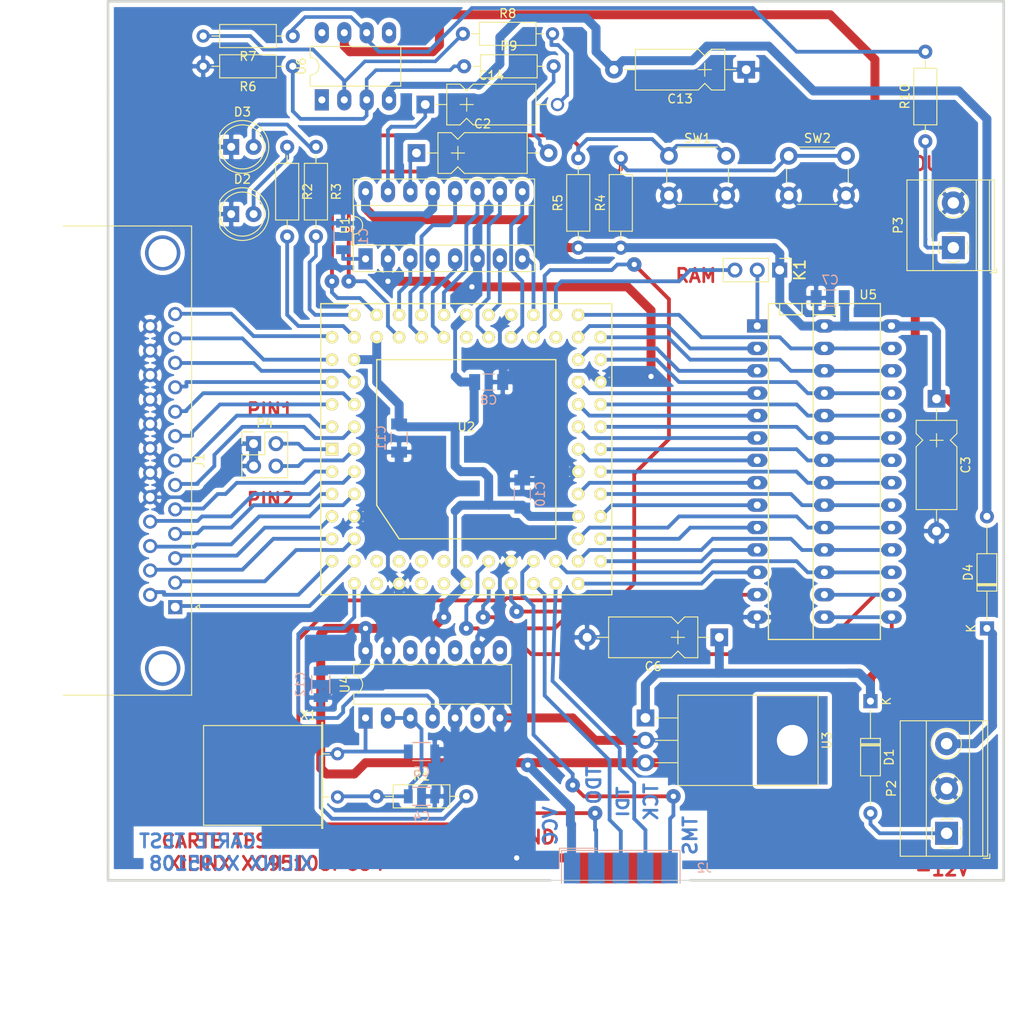
<source format=kicad_pcb>
(kicad_pcb (version 20190331) (host pcbnew "(5.1.0-169-g1fa407f89)")
  (title_block (title "CARTE TEST XILINX XC95108") (rev "0"))
  (layers (0 "F.Cu" signal) (31 "B.Cu" signal) (34 "B.Paste" user) (35 "F.Paste" user) (36 "B.SilkS" user) (37 "F.SilkS" user) (38 "B.Mask" user) (39 "F.Mask" user) (44 "Edge.Cuts" user))
  (net 0 "")
  (net 1 "+12V")
  (net 2 "-12V")
  (net 3 "/CSMEM")
  (net 4 "/DAT0")
  (net 5 "/DAT1")
  (net 6 "/DAT2")
  (net 7 "/DAT3")
  (net 8 "/DAT4")
  (net 9 "/DAT5")
  (net 10 "/DAT6")
  (net 11 "/DAT7")
  (net 12 "/DCLK")
  (net 13 "/LED1")
  (net 14 "/LED2")
  (net 15 "/MA0")
  (net 16 "/MA1")
  (net 17 "/MA2")
  (net 18 "/MA3")
  (net 19 "/MA4")
  (net 20 "/MA5")
  (net 21 "/MA6")
  (net 22 "/MA7")
  (net 23 "/MD0")
  (net 24 "/MD1")
  (net 25 "/MD10")
  (net 26 "/MD11")
  (net 27 "/MD12")
  (net 28 "/MD13")
  (net 29 "/MD14")
  (net 30 "/MD2")
  (net 31 "/MD3")
  (net 32 "/MD4")
  (net 33 "/MD5")
  (net 34 "/MD6")
  (net 35 "/MD7")
  (net 36 "/MD8")
  (net 37 "/MD9")
  (net 38 "/OEMEM")
  (net 39 "/PARBUS0")
  (net 40 "/PARBUS1")
  (net 41 "/PARBUS2")
  (net 42 "/PARBUS3")
  (net 43 "/PARBUS4")
  (net 44 "/PARBUS5")
  (net 45 "/PARBUS6")
  (net 46 "/PARBUS7")
  (net 47 "/PAR_AUX0/STROBE*")
  (net 48 "/PAR_AUX1/ERROR*")
  (net 49 "/PAR_AUX2/AUTOLF*")
  (net 50 "/PAR_AUX3/SELECT*")
  (net 51 "/PAR_AUX4/PE")
  (net 52 "/PAR_AUX5/BUSY*")
  (net 53 "/PAR_AUX6/ACK")
  (net 54 "/PAR_AUX7/INIT")
  (net 55 "/PAR_AUX8/SELECT")
  (net 56 "/PIN_TEST0")
  (net 57 "/PIN_TEST1")
  (net 58 "/R/W-A14")
  (net 59 "/SW0")
  (net 60 "/SW1")
  (net 61 "/TCK")
  (net 62 "/TDI")
  (net 63 "/TDO")
  (net 64 "/TMS")
  (net 65 "/XIN/CLK")
  (net 66 "GND")
  (net 67 "Net-(C1-Pad1)")
  (net 68 "Net-(C14-Pad1)")
  (net 69 "Net-(C14-Pad2)")
  (net 70 "Net-(C2-Pad1)")
  (net 71 "Net-(C2-Pad2)")
  (net 72 "Net-(C4-Pad1)")
  (net 73 "Net-(C5-Pad1)")
  (net 74 "Net-(K1-Pad2)")
  (net 75 "Net-(P3-Pad1)")
  (net 76 "Net-(R10-Pad2)")
  (net 77 "Net-(R6-Pad1)")
  (net 78 "Net-(R7-Pad2)")
  (net 79 "VCC")
  (net 80 "Net-(U2-Pad14)")
  (net 81 "Net-(U2-Pad15)")
  (net 82 "Net-(U2-Pad17)")
  (net 83 "Net-(U2-Pad18)")
  (net 84 "Net-(U2-Pad19)")
  (net 85 "Net-(U2-Pad20)")
  (net 86 "Net-(U2-Pad21)")
  (net 87 "Net-(U2-Pad23)")
  (net 88 "Net-(U2-Pad57)")
  (net 89 "Net-(U2-Pad65)")
  (net 90 "Net-(U4-Pad6)")
  (net 91 "Net-(U4-Pad8)")
  (net 92 "Net-(U4-Pad10)")
  (net 93 "Net-(U4-Pad12)")
  (net 94 "Net-(U6-Pad1)")
  (net 95 "Net-(U6-Pad5)")
  (net 96 "Net-(U6-Pad8)")
  (net 97 "/+12BATT")
  (net 98 "/-12BATT")
  (net 99 "Net-(D2-Pad2)")
  (net 100 "Net-(D3-Pad2)")
  (module "Connector_Dsub:DSUB-25_Female_Horizontal_P2.77x2.84mm_EdgePinOffset9.90mm_Housed_MountingHolesOffset11.32mm" (layer "F.Cu") (at 102.235 104.902 270)
    (fp_text reference "J1" (at -16.62 -2.8 270) (layer "F.SilkS"))
    (fp_text value "DB25")
    (pad "0" thru_hole circle (at 6.93 1.42 270) (size 4 4) (drill 3.2) (layers *.Cu *.Mask))
    (pad "0" thru_hole circle (at -40.17 1.42 270) (size 4 4) (drill 3.2) (layers *.Cu *.Mask))
    (pad "25" thru_hole circle (at -31.855 2.84 270) (size 1.6 1.6) (drill 1) (layers *.Cu *.Mask) (net 66 "GND"))
    (pad "24" thru_hole circle (at -29.085 2.84 270) (size 1.6 1.6) (drill 1) (layers *.Cu *.Mask) (net 66 "GND"))
    (pad "23" thru_hole circle (at -26.315 2.84 270) (size 1.6 1.6) (drill 1) (layers *.Cu *.Mask) (net 66 "GND"))
    (pad "22" thru_hole circle (at -23.545 2.84 270) (size 1.6 1.6) (drill 1) (layers *.Cu *.Mask) (net 66 "GND"))
    (pad "21" thru_hole circle (at -20.775 2.84 270) (size 1.6 1.6) (drill 1) (layers *.Cu *.Mask) (net 66 "GND"))
    (pad "20" thru_hole circle (at -18.005 2.84 270) (size 1.6 1.6) (drill 1) (layers *.Cu *.Mask) (net 66 "GND"))
    (pad "19" thru_hole circle (at -15.235 2.84 270) (size 1.6 1.6) (drill 1) (layers *.Cu *.Mask) (net 66 "GND"))
    (pad "18" thru_hole circle (at -12.465 2.84 270) (size 1.6 1.6) (drill 1) (layers *.Cu *.Mask) (net 66 "GND"))
    (pad "17" thru_hole circle (at -9.695 2.84 270) (size 1.6 1.6) (drill 1) (layers *.Cu *.Mask) (net 55 "/PAR_AUX8/SELECT"))
    (pad "16" thru_hole circle (at -6.925 2.84 270) (size 1.6 1.6) (drill 1) (layers *.Cu *.Mask) (net 54 "/PAR_AUX7/INIT"))
    (pad "15" thru_hole circle (at -4.155 2.84 270) (size 1.6 1.6) (drill 1) (layers *.Cu *.Mask) (net 48 "/PAR_AUX1/ERROR*"))
    (pad "14" thru_hole circle (at -1.385 2.84 270) (size 1.6 1.6) (drill 1) (layers *.Cu *.Mask) (net 49 "/PAR_AUX2/AUTOLF*"))
    (pad "13" thru_hole circle (at -33.24 0 270) (size 1.6 1.6) (drill 1) (layers *.Cu *.Mask) (net 50 "/PAR_AUX3/SELECT*"))
    (pad "12" thru_hole circle (at -30.47 0 270) (size 1.6 1.6) (drill 1) (layers *.Cu *.Mask) (net 51 "/PAR_AUX4/PE"))
    (pad "11" thru_hole circle (at -27.7 0 270) (size 1.6 1.6) (drill 1) (layers *.Cu *.Mask) (net 52 "/PAR_AUX5/BUSY*"))
    (pad "10" thru_hole circle (at -24.93 0 270) (size 1.6 1.6) (drill 1) (layers *.Cu *.Mask) (net 53 "/PAR_AUX6/ACK"))
    (pad "9" thru_hole circle (at -22.16 0 270) (size 1.6 1.6) (drill 1) (layers *.Cu *.Mask) (net 46 "/PARBUS7"))
    (pad "8" thru_hole circle (at -19.39 0 270) (size 1.6 1.6) (drill 1) (layers *.Cu *.Mask) (net 45 "/PARBUS6"))
    (pad "7" thru_hole circle (at -16.62 0 270) (size 1.6 1.6) (drill 1) (layers *.Cu *.Mask) (net 44 "/PARBUS5"))
    (pad "6" thru_hole circle (at -13.85 0 270) (size 1.6 1.6) (drill 1) (layers *.Cu *.Mask) (net 43 "/PARBUS4"))
    (pad "5" thru_hole circle (at -11.08 0 270) (size 1.6 1.6) (drill 1) (layers *.Cu *.Mask) (net 42 "/PARBUS3"))
    (pad "4" thru_hole circle (at -8.31 0 270) (size 1.6 1.6) (drill 1) (layers *.Cu *.Mask) (net 41 "/PARBUS2"))
    (pad "3" thru_hole circle (at -5.54 0 270) (size 1.6 1.6) (drill 1) (layers *.Cu *.Mask) (net 40 "/PARBUS1"))
    (pad "2" thru_hole circle (at -2.77 0 270) (size 1.6 1.6) (drill 1) (layers *.Cu *.Mask) (net 39 "/PARBUS0"))
    (pad "1" thru_hole rect (at 0 0 270) (size 1.6 1.6) (drill 1) (layers *.Cu *.Mask) (net 47 "/PAR_AUX0/STROBE*"))
  )
  (module "Connector_PinHeader_2.54mm:PinHeader_1x03_P2.54mm_Vertical" (layer "F.Cu") (at 170.8 66.675 270)
    (fp_text reference "K1" (at 0 -2.286 270) (layer "F.SilkS") (effects (font (size 1.27 1.27) (thickness 0.2032))))
    (fp_text value "CONN_3" hide)
    (pad "3" thru_hole oval (at 0 5.08 270) (size 1.7 1.7) (drill 1) (layers *.Cu *.Mask) (net 29 "/MD14"))
    (pad "2" thru_hole oval (at 0 2.54 270) (size 1.7 1.7) (drill 1) (layers *.Cu *.Mask) (net 74 "Net-(K1-Pad2)"))
    (pad "1" thru_hole rect (at 0 0 270) (size 1.7 1.7) (drill 1) (layers *.Cu *.Mask) (net 79 "VCC"))
  )
  (module "Sockets_DIP:DIP-28__300__600_ELL" (layer "F.Cu") (at 168.275 73.025)
    (fp_text reference "U5" (at 12.573 -3.556) (layer "F.SilkS"))
    (fp_text value "RAM_32KO")
    (pad "28" thru_hole oval (at 7.6 -0.01 270) (size 1.5 2.3) (drill 0.8) (layers *.Cu *.Mask) (net 79 "VCC"))
    (pad "27" thru_hole oval (at 7.6 2.53 270) (size 1.5 2.3) (drill 0.8) (layers *.Cu *.Mask) (net 58 "/R/W-A14"))
    (pad "26" thru_hole oval (at 7.6 5.07 270) (size 1.5 2.3) (drill 0.8) (layers *.Cu *.Mask) (net 28 "/MD13"))
    (pad "25" thru_hole oval (at 7.6 7.61 270) (size 1.5 2.3) (drill 0.8) (layers *.Cu *.Mask) (net 36 "/MD8"))
    (pad "24" thru_hole oval (at 7.6 10.15 270) (size 1.5 2.3) (drill 0.8) (layers *.Cu *.Mask) (net 37 "/MD9"))
    (pad "23" thru_hole oval (at 7.6 12.69 270) (size 1.5 2.3) (drill 0.8) (layers *.Cu *.Mask) (net 26 "/MD11"))
    (pad "22" thru_hole oval (at 7.6 15.23 270) (size 1.5 2.3) (drill 0.8) (layers *.Cu *.Mask) (net 38 "/OEMEM"))
    (pad "21" thru_hole oval (at 7.6 17.77 270) (size 1.5 2.3) (drill 0.8) (layers *.Cu *.Mask) (net 25 "/MD10"))
    (pad "20" thru_hole oval (at 7.6 20.31 270) (size 1.5 2.3) (drill 0.8) (layers *.Cu *.Mask) (net 3 "/CSMEM"))
    (pad "19" thru_hole oval (at 7.6 22.85 270) (size 1.5 2.3) (drill 0.8) (layers *.Cu *.Mask) (net 22 "/MA7"))
    (pad "18" thru_hole oval (at 7.6 25.39 270) (size 1.5 2.3) (drill 0.8) (layers *.Cu *.Mask) (net 21 "/MA6"))
    (pad "17" thru_hole oval (at 7.6 27.93 270) (size 1.5 2.3) (drill 0.8) (layers *.Cu *.Mask) (net 20 "/MA5"))
    (pad "16" thru_hole oval (at 7.6 30.47 270) (size 1.5 2.3) (drill 0.8) (layers *.Cu *.Mask) (net 19 "/MA4"))
    (pad "15" thru_hole oval (at 7.6 33.01 270) (size 1.5 2.3) (drill 0.8) (layers *.Cu *.Mask) (net 18 "/MA3"))
    (pad "28" thru_hole oval (at 15.22 -0.01 270) (size 1.5 2.3) (drill 0.8) (layers *.Cu *.Mask) (net 79 "VCC"))
    (pad "27" thru_hole oval (at 15.22 2.53 270) (size 1.5 2.3) (drill 0.8) (layers *.Cu *.Mask) (net 58 "/R/W-A14"))
    (pad "26" thru_hole oval (at 15.22 5.07 270) (size 1.5 2.3) (drill 0.8) (layers *.Cu *.Mask) (net 28 "/MD13"))
    (pad "25" thru_hole oval (at 15.22 7.61 270) (size 1.5 2.3) (drill 0.8) (layers *.Cu *.Mask) (net 36 "/MD8"))
    (pad "24" thru_hole oval (at 15.22 10.15 270) (size 1.5 2.3) (drill 0.8) (layers *.Cu *.Mask) (net 37 "/MD9"))
    (pad "23" thru_hole oval (at 15.22 12.69 270) (size 1.5 2.3) (drill 0.8) (layers *.Cu *.Mask) (net 26 "/MD11"))
    (pad "22" thru_hole oval (at 15.22 15.23 270) (size 1.5 2.3) (drill 0.8) (layers *.Cu *.Mask) (net 38 "/OEMEM"))
    (pad "21" thru_hole oval (at 15.22 17.77 270) (size 1.5 2.3) (drill 0.8) (layers *.Cu *.Mask) (net 25 "/MD10"))
    (pad "20" thru_hole oval (at 15.22 20.31 270) (size 1.5 2.3) (drill 0.8) (layers *.Cu *.Mask) (net 3 "/CSMEM"))
    (pad "19" thru_hole oval (at 15.22 22.85 270) (size 1.5 2.3) (drill 0.8) (layers *.Cu *.Mask) (net 22 "/MA7"))
    (pad "18" thru_hole oval (at 15.22 25.39 270) (size 1.5 2.3) (drill 0.8) (layers *.Cu *.Mask) (net 21 "/MA6"))
    (pad "17" thru_hole oval (at 15.22 27.93 270) (size 1.5 2.3) (drill 0.8) (layers *.Cu *.Mask) (net 20 "/MA5"))
    (pad "16" thru_hole oval (at 15.22 30.47 270) (size 1.5 2.3) (drill 0.8) (layers *.Cu *.Mask) (net 19 "/MA4"))
    (pad "15" thru_hole oval (at 15.22 33.01 270) (size 1.5 2.3) (drill 0.8) (layers *.Cu *.Mask) (net 18 "/MA3"))
    (pad "14" thru_hole oval (at -0.02 33.01 270) (size 1.5 2.3) (drill 0.8) (layers *.Cu *.Mask) (net 66 "GND"))
    (pad "13" thru_hole oval (at -0.02 30.47 270) (size 1.5 2.3) (drill 0.8) (layers *.Cu *.Mask) (net 17 "/MA2"))
    (pad "12" thru_hole oval (at -0.02 27.93 270) (size 1.5 2.3) (drill 0.8) (layers *.Cu *.Mask) (net 16 "/MA1"))
    (pad "11" thru_hole oval (at -0.02 25.39 270) (size 1.5 2.3) (drill 0.8) (layers *.Cu *.Mask) (net 15 "/MA0"))
    (pad "10" thru_hole oval (at -0.02 22.85 270) (size 1.5 2.3) (drill 0.8) (layers *.Cu *.Mask) (net 23 "/MD0"))
    (pad "9" thru_hole oval (at -0.02 20.31 270) (size 1.5 2.3) (drill 0.8) (layers *.Cu *.Mask) (net 24 "/MD1"))
    (pad "8" thru_hole oval (at -0.02 17.77 270) (size 1.5 2.3) (drill 0.8) (layers *.Cu *.Mask) (net 30 "/MD2"))
    (pad "7" thru_hole oval (at -0.02 15.23 270) (size 1.5 2.3) (drill 0.8) (layers *.Cu *.Mask) (net 31 "/MD3"))
    (pad "6" thru_hole oval (at -0.02 12.69 270) (size 1.5 2.3) (drill 0.8) (layers *.Cu *.Mask) (net 32 "/MD4"))
    (pad "5" thru_hole oval (at -0.02 10.15 270) (size 1.5 2.3) (drill 0.8) (layers *.Cu *.Mask) (net 33 "/MD5"))
    (pad "4" thru_hole oval (at -0.02 7.61 270) (size 1.5 2.3) (drill 0.8) (layers *.Cu *.Mask) (net 34 "/MD6"))
    (pad "3" thru_hole oval (at -0.02 5.07 270) (size 1.5 2.3) (drill 0.8) (layers *.Cu *.Mask) (net 35 "/MD7"))
    (pad "2" thru_hole oval (at -0.02 2.53 270) (size 1.5 2.3) (drill 0.8) (layers *.Cu *.Mask) (net 27 "/MD12"))
    (pad "1" thru_hole rect (at -0.02 -0.01 270) (size 1.5 2.3) (drill 0.8) (layers *.Cu *.Mask) (net 74 "Net-(K1-Pad2)"))
  )
  (module "Button_Switch_THT:SW_PUSH_6mm_h4.3mm" (layer "F.Cu") (at 158.242 53.721)
    (fp_text reference "SW1" (at 3.25 -2) (layer "F.SilkS"))
    (fp_text value "SW_PUSH")
    (pad "1" thru_hole circle (at 6.5 0 90) (size 2 2) (drill 1.1) (layers *.Cu *.Mask) (net 59 "/SW0"))
    (pad "2" thru_hole circle (at 6.5 4.5 90) (size 2 2) (drill 1.1) (layers *.Cu *.Mask) (net 66 "GND"))
    (pad "1" thru_hole circle (at 0 0 90) (size 2 2) (drill 1.1) (layers *.Cu *.Mask) (net 59 "/SW0"))
    (pad "2" thru_hole circle (at 0 4.5 90) (size 2 2) (drill 1.1) (layers *.Cu *.Mask) (net 66 "GND"))
  )
  (module "Button_Switch_THT:SW_PUSH_6mm_h4.3mm" (layer "F.Cu") (at 171.831 53.721)
    (fp_text reference "SW2" (at 3.25 -2) (layer "F.SilkS"))
    (fp_text value "SW_PUSH")
    (pad "1" thru_hole circle (at 6.5 0 90) (size 2 2) (drill 1.1) (layers *.Cu *.Mask) (net 60 "/SW1"))
    (pad "2" thru_hole circle (at 6.5 4.5 90) (size 2 2) (drill 1.1) (layers *.Cu *.Mask) (net 66 "GND"))
    (pad "1" thru_hole circle (at 0 0 90) (size 2 2) (drill 1.1) (layers *.Cu *.Mask) (net 60 "/SW1"))
    (pad "2" thru_hole circle (at 0 4.5 90) (size 2 2) (drill 1.1) (layers *.Cu *.Mask) (net 66 "GND"))
  )
  (module "Package_DIP:DIP-14_W7.62mm_LongPads" (layer "F.Cu") (at 123.825 117.475 90)
    (fp_text reference "U4" (at 3.81 -2.33 90) (layer "F.SilkS"))
    (fp_text value "74HC04")
    (pad "14" thru_hole oval (at 7.62 0 90) (size 2.4 1.6) (drill 0.8) (layers *.Cu *.Mask) (net 79 "VCC"))
    (pad "7" thru_hole oval (at 0 15.24 90) (size 2.4 1.6) (drill 0.8) (layers *.Cu *.Mask) (net 66 "GND"))
    (pad "13" thru_hole oval (at 7.62 2.54 90) (size 2.4 1.6) (drill 0.8) (layers *.Cu *.Mask) (net 66 "GND"))
    (pad "6" thru_hole oval (at 0 12.7 90) (size 2.4 1.6) (drill 0.8) (layers *.Cu *.Mask) (net 90 "Net-(U4-Pad6)"))
    (pad "12" thru_hole oval (at 7.62 5.08 90) (size 2.4 1.6) (drill 0.8) (layers *.Cu *.Mask) (net 93 "Net-(U4-Pad12)"))
    (pad "5" thru_hole oval (at 0 10.16 90) (size 2.4 1.6) (drill 0.8) (layers *.Cu *.Mask) (net 66 "GND"))
    (pad "11" thru_hole oval (at 7.62 7.62 90) (size 2.4 1.6) (drill 0.8) (layers *.Cu *.Mask) (net 66 "GND"))
    (pad "4" thru_hole oval (at 0 7.62 90) (size 2.4 1.6) (drill 0.8) (layers *.Cu *.Mask) (net 65 "/XIN/CLK"))
    (pad "10" thru_hole oval (at 7.62 10.16 90) (size 2.4 1.6) (drill 0.8) (layers *.Cu *.Mask) (net 92 "Net-(U4-Pad10)"))
    (pad "3" thru_hole oval (at 0 5.08 90) (size 2.4 1.6) (drill 0.8) (layers *.Cu *.Mask) (net 72 "Net-(C4-Pad1)"))
    (pad "9" thru_hole oval (at 7.62 12.7 90) (size 2.4 1.6) (drill 0.8) (layers *.Cu *.Mask) (net 66 "GND"))
    (pad "2" thru_hole oval (at 0 2.54 90) (size 2.4 1.6) (drill 0.8) (layers *.Cu *.Mask) (net 72 "Net-(C4-Pad1)"))
    (pad "8" thru_hole oval (at 7.62 15.24 90) (size 2.4 1.6) (drill 0.8) (layers *.Cu *.Mask) (net 91 "Net-(U4-Pad8)"))
    (pad "1" thru_hole rect (at 0 0 90) (size 2.4 1.6) (drill 0.8) (layers *.Cu *.Mask) (net 73 "Net-(C5-Pad1)"))
  )
  (module "Connector_PinHeader_2.54mm:PinHeader_2x02_P2.54mm_Vertical" (layer "F.Cu") (at 111.125 86.36)
    (fp_text reference "P4" (at 1.27 -2.33) (layer "F.SilkS"))
    (fp_text value "CONN_2X2")
    (pad "4" thru_hole oval (at 2.54 2.54) (size 1.7 1.7) (drill 1) (layers *.Cu *.Mask) (net 57 "/PIN_TEST1"))
    (pad "3" thru_hole oval (at 0 2.54) (size 1.7 1.7) (drill 1) (layers *.Cu *.Mask) (net 66 "GND"))
    (pad "2" thru_hole oval (at 2.54 0) (size 1.7 1.7) (drill 1) (layers *.Cu *.Mask) (net 56 "/PIN_TEST0"))
    (pad "1" thru_hole rect (at 0 0) (size 1.7 1.7) (drill 1) (layers *.Cu *.Mask) (net 66 "GND"))
  )
  (module "Diode_THT:D_DO-35_SOD27_P12.70mm_Horizontal" (layer "F.Cu") (at 181.102 115.57 270)
    (fp_text reference "D1" (at 6.35 -2.12 270) (layer "F.SilkS"))
    (fp_text value "1N4004")
    (fp_text user "K" (at 0 -1.8 270) (layer "F.SilkS"))
    (pad "2" thru_hole oval (at 12.7 0 270) (size 1.6 1.6) (drill 0.8) (layers *.Cu *.Mask) (net 97 "/+12BATT"))
    (pad "1" thru_hole rect (at 0 0 270) (size 1.6 1.6) (drill 0.8) (layers *.Cu *.Mask) (net 1 "+12V"))
  )
  (module "Diode_THT:D_DO-35_SOD27_P12.70mm_Horizontal" (layer "F.Cu") (at 194.31 107.315 90)
    (fp_text reference "D4" (at 6.35 -2.12 90) (layer "F.SilkS"))
    (fp_text value "1N4004")
    (fp_text user "K" (at 0 -1.8 90) (layer "F.SilkS"))
    (pad "2" thru_hole oval (at 12.7 0 90) (size 1.6 1.6) (drill 0.8) (layers *.Cu *.Mask) (net 2 "-12V"))
    (pad "1" thru_hole rect (at 0 0 90) (size 1.6 1.6) (drill 0.8) (layers *.Cu *.Mask) (net 98 "/-12BATT"))
  )
  (module "Package_TO_SOT_THT:TO-220-3_Horizontal_TabDown" (layer "F.Cu") (at 155.575 117.475 270)
    (fp_text reference "U3" (at 2.54 -20.58 270) (layer "F.SilkS"))
    (fp_text value "LM7805")
    (pad "3" thru_hole oval (at 5.08 0 270) (size 1.905 2) (drill 1.1) (layers *.Cu *.Mask) (net 79 "VCC"))
    (pad "2" thru_hole oval (at 2.54 0 270) (size 1.905 2) (drill 1.1) (layers *.Cu *.Mask) (net 66 "GND"))
    (pad "1" thru_hole rect (at 0 0 270) (size 1.905 2) (drill 1.1) (layers *.Cu *.Mask) (net 1 "+12V"))
    (pad "" np_thru_hole rect (at 2.54 -16.66 270) (size 10 8) (drill 3.5) (layers *.Cu *.Mask))
  )
  (module "Capacitor_THT:CP_Axial_L10.0mm_D4.5mm_P15.00mm_Horizontal" (layer "F.Cu") (at 129.6 53.4)
    (fp_text reference "C2" (at 7.5 -3.31) (layer "F.SilkS"))
    (fp_text value "10uF")
    (pad "1" thru_hole rect (at 0 0) (size 2 2) (drill 1) (layers *.Cu *.Mask) (net 70 "Net-(C2-Pad1)"))
    (pad "2" thru_hole oval (at 15 0) (size 2 2) (drill 1) (layers *.Cu *.Mask) (net 71 "Net-(C2-Pad2)"))
  )
  (module "Capacitor_THT:CP_Axial_L10.0mm_D4.5mm_P15.00mm_Horizontal" (layer "F.Cu") (at 188.595 81.28 270)
    (fp_text reference "C3" (at 7.5 -3.31 270) (layer "F.SilkS"))
    (fp_text value "10uF")
    (pad "2" thru_hole oval (at 15 0 270) (size 2 2) (drill 1) (layers *.Cu *.Mask) (net 66 "GND"))
    (pad "1" thru_hole rect (at 0 0 270) (size 2 2) (drill 1) (layers *.Cu *.Mask) (net 79 "VCC"))
  )
  (module "Capacitor_THT:CP_Axial_L10.0mm_D4.5mm_P15.00mm_Horizontal" (layer "F.Cu") (at 163.957 108.331 180)
    (fp_text reference "C6" (at 7.5 -3.31 180) (layer "F.SilkS"))
    (fp_text value "47uF")
    (pad "1" thru_hole rect (at 0 0 180) (size 2 2) (drill 1) (layers *.Cu *.Mask) (net 1 "+12V"))
    (pad "2" thru_hole oval (at 15 0 180) (size 2 2) (drill 1) (layers *.Cu *.Mask) (net 66 "GND"))
  )
  (module "Capacitor_THT:CP_Axial_L10.0mm_D4.5mm_P15.00mm_Horizontal" (layer "F.Cu") (at 167.005 43.942 180)
    (fp_text reference "C13" (at 7.5 -3.31 180) (layer "F.SilkS"))
    (fp_text value "10uF")
    (pad "2" thru_hole oval (at 15 0 180) (size 2 2) (drill 1) (layers *.Cu *.Mask) (net 2 "-12V"))
    (pad "1" thru_hole rect (at 0 0 180) (size 2 2) (drill 1) (layers *.Cu *.Mask) (net 66 "GND"))
  )
  (module "Capacitor_THT:CP_Axial_L10.0mm_D4.5mm_P15.00mm_Horizontal" (layer "F.Cu") (at 130.6 47.9)
    (fp_text reference "C14" (at 7.5 -3.31) (layer "F.SilkS"))
    (fp_text value "10uF")
    (pad "1" thru_hole rect (at 0 0) (size 2 2) (drill 1) (layers *.Cu *.Mask) (net 68 "Net-(C14-Pad1)"))
    (pad "2" thru_hole circle (at 15 0) (size 1.5 1.5) (drill 1) (layers *.Cu *.Mask) (net 69 "Net-(C14-Pad2)"))
  )
  (module "TerminalBlock_Phoenix:TerminalBlock_Phoenix_MKDS-1,5-2-5.08_1x02_P5.08mm_Horizontal" (layer "F.Cu") (at 190.5 64.135 90)
    (fp_text reference "P3" (at 2.54 -6.26 90) (layer "F.SilkS"))
    (fp_text value "CONN_2")
    (pad "1" thru_hole rect (at 0 0 90) (size 2.6 2.6) (drill 1.3) (layers *.Cu *.Mask) (net 75 "Net-(P3-Pad1)"))
    (pad "2" thru_hole circle (at 5.08 0 90) (size 2.6 2.6) (drill 1.3) (layers *.Cu *.Mask) (net 66 "GND"))
  )
  (module "TerminalBlock_Phoenix:TerminalBlock_Phoenix_MKDS-1,5-3-5.08_1x03_P5.08mm_Horizontal" (layer "F.Cu") (at 189.738 130.556 90)
    (fp_text reference "P2" (at 5.08 -6.26 90) (layer "F.SilkS"))
    (fp_text value "CONN_3")
    (pad "1" thru_hole rect (at 0 0 90) (size 2.6 2.6) (drill 1.3) (layers *.Cu *.Mask) (net 97 "/+12BATT"))
    (pad "2" thru_hole circle (at 5.08 0 90) (size 2.6 2.6) (drill 1.3) (layers *.Cu *.Mask) (net 66 "GND"))
    (pad "3" thru_hole circle (at 10.16 0 90) (size 2.6 2.6) (drill 1.3) (layers *.Cu *.Mask) (net 98 "/-12BATT"))
  )
  (module "Connector_Dsub:DSUB-9_Female_EdgeMount_P2.77mm" (layer "B.Cu") (at 152.781 134.493 180)
    (fp_text reference "J2" (at -9.463333 0 180) (layer "B.SilkS") (effects (justify mirror)))
    (fp_text value "DB9FEM")
    (pad "1" smd rect (at 5.54 0 180) (size 1.846667 3.48) (layers "B.Cu" "B.Paste" "B.Mask") (net 79 "VCC"))
    (pad "2" smd rect (at 2.77 0 180) (size 1.846667 3.48) (layers "B.Cu" "B.Paste" "B.Mask") (net 63 "/TDO"))
    (pad "3" smd rect (at 0 0 180) (size 1.846667 3.48) (layers "B.Cu" "B.Paste" "B.Mask") (net 62 "/TDI"))
    (pad "4" smd rect (at -2.77 0 180) (size 1.846667 3.48) (layers "B.Cu" "B.Paste" "B.Mask") (net 61 "/TCK"))
    (pad "5" smd rect (at -5.54 0 180) (size 1.846667 3.48) (layers "B.Cu" "B.Paste" "B.Mask") (net 64 "/TMS"))
    (pad "6" smd rect (at 4.155 0 180) (size 1.846667 3.48) (layers "F.Cu" "F.Paste" "F.Mask") (net 66 "GND"))
    (pad "7" smd rect (at 1.385 0 180) (size 1.846667 3.48) (layers "F.Cu" "F.Paste" "F.Mask") (net 66 "GND"))
    (pad "8" smd rect (at -1.385 0 180) (size 1.846667 3.48) (layers "F.Cu" "F.Paste" "F.Mask") (net 66 "GND"))
    (pad "9" smd rect (at -4.155 0 180) (size 1.846667 3.48) (layers "F.Cu" "F.Paste" "F.Mask") (net 66 "GND"))
  )
  (module "Package_DIP:DIP-8_W7.62mm_LongPads" (layer "F.Cu") (at 118.872 47.371 90)
    (fp_text reference "U6" (at 3.81 -2.33 90) (layer "F.SilkS"))
    (fp_text value "LM318N")
    (pad "1" thru_hole rect (at 0 0 90) (size 2.4 1.6) (drill 0.8) (layers *.Cu *.Mask) (net 94 "Net-(U6-Pad1)"))
    (pad "5" thru_hole oval (at 7.62 7.62 90) (size 2.4 1.6) (drill 0.8) (layers *.Cu *.Mask) (net 95 "Net-(U6-Pad5)"))
    (pad "2" thru_hole oval (at 0 2.54 90) (size 2.4 1.6) (drill 0.8) (layers *.Cu *.Mask) (net 78 "Net-(R7-Pad2)"))
    (pad "6" thru_hole oval (at 7.62 5.08 90) (size 2.4 1.6) (drill 0.8) (layers *.Cu *.Mask) (net 76 "Net-(R10-Pad2)"))
    (pad "3" thru_hole oval (at 0 5.08 90) (size 2.4 1.6) (drill 0.8) (layers *.Cu *.Mask) (net 77 "Net-(R6-Pad1)"))
    (pad "7" thru_hole oval (at 7.62 2.54 90) (size 2.4 1.6) (drill 0.8) (layers *.Cu *.Mask) (net 1 "+12V"))
    (pad "4" thru_hole oval (at 0 7.62 90) (size 2.4 1.6) (drill 0.8) (layers *.Cu *.Mask) (net 2 "-12V"))
    (pad "8" thru_hole oval (at 7.62 0 90) (size 2.4 1.6) (drill 0.8) (layers *.Cu *.Mask) (net 96 "Net-(U6-Pad8)"))
  )
  (module "Capacitor_SMD:C_1206_3216Metric_Pad1.24x1.80mm_HandSolder" (layer "B.Cu") (at 176.53 69.85 180)
    (fp_text reference "C7" (at 0 2.05 180) (layer "B.SilkS") (effects (justify mirror)))
    (fp_text value "100nF")
    (pad "2" smd rect (at 1.5925 0 180) (size 1.245 1.8) (layers "B.Cu" "B.Paste" "B.Mask") (net 66 "GND"))
    (pad "1" smd rect (at -1.5925 0 180) (size 1.245 1.8) (layers "B.Cu" "B.Paste" "B.Mask") (net 79 "VCC"))
  )
  (module "Capacitor_SMD:C_1206_3216Metric_Pad1.24x1.80mm_HandSolder" (layer "B.Cu") (at 137.795 79.375)
    (fp_text reference "C8" (at 0 2.05) (layer "B.SilkS") (effects (justify mirror)))
    (fp_text value "100nF")
    (pad "1" smd rect (at -1.5925 0) (size 1.245 1.8) (layers "B.Cu" "B.Paste" "B.Mask") (net 79 "VCC"))
    (pad "2" smd rect (at 1.5925 0) (size 1.245 1.8) (layers "B.Cu" "B.Paste" "B.Mask") (net 66 "GND"))
  )
  (module "Capacitor_SMD:C_1206_3216Metric_Pad1.24x1.80mm_HandSolder" (layer "B.Cu") (at 141.605 92.075 90)
    (fp_text reference "C10" (at 0 2.05 90) (layer "B.SilkS") (effects (justify mirror)))
    (fp_text value "100nF")
    (pad "2" smd rect (at 1.5925 0 90) (size 1.245 1.8) (layers "B.Cu" "B.Paste" "B.Mask") (net 66 "GND"))
    (pad "1" smd rect (at -1.5925 0 90) (size 1.245 1.8) (layers "B.Cu" "B.Paste" "B.Mask") (net 79 "VCC"))
  )
  (module "Capacitor_SMD:C_1206_3216Metric_Pad1.24x1.80mm_HandSolder" (layer "B.Cu") (at 127.635 85.725 270)
    (fp_text reference "C11" (at 0 2.05 270) (layer "B.SilkS") (effects (justify mirror)))
    (fp_text value "100nF")
    (pad "1" smd rect (at -1.5925 0 270) (size 1.245 1.8) (layers "B.Cu" "B.Paste" "B.Mask") (net 79 "VCC"))
    (pad "2" smd rect (at 1.5925 0 270) (size 1.245 1.8) (layers "B.Cu" "B.Paste" "B.Mask") (net 66 "GND"))
  )
  (module "LED_THT:LED_D5.0mm" (layer "F.Cu") (at 108.585 60.325)
    (fp_text reference "D2" (at 1.27 -3.96) (layer "F.SilkS"))
    (fp_text value "LED")
    (pad "2" thru_hole circle (at 2.54 0) (size 1.8 1.8) (drill 0.9) (layers *.Cu *.Mask) (net 99 "Net-(D2-Pad2)"))
    (pad "1" thru_hole rect (at 0 0) (size 1.8 1.8) (drill 0.9) (layers *.Cu *.Mask) (net 66 "GND"))
  )
  (module "LED_THT:LED_D5.0mm" (layer "F.Cu") (at 108.585 52.705)
    (fp_text reference "D3" (at 1.27 -3.96) (layer "F.SilkS"))
    (fp_text value "LED")
    (pad "1" thru_hole rect (at 0 0) (size 1.8 1.8) (drill 0.9) (layers *.Cu *.Mask) (net 66 "GND"))
    (pad "2" thru_hole circle (at 2.54 0) (size 1.8 1.8) (drill 0.9) (layers *.Cu *.Mask) (net 100 "Net-(D3-Pad2)"))
  )
  (module "Crystal:Crystal_HC18-U_Horizontal" (layer "F.Cu") (at 120.65 121.539 270)
    (fp_text reference "X1" (at -4.375 3.3125) (layer "F.SilkS"))
    (fp_text value "10MHz")
    (pad "1" thru_hole circle (at 0 0 270) (size 1.5 1.5) (drill 0.8) (layers *.Cu *.Mask) (net 73 "Net-(C5-Pad1)"))
    (pad "2" thru_hole circle (at 4.9 0 270) (size 1.5 1.5) (drill 0.8) (layers *.Cu *.Mask) (net 72 "Net-(C4-Pad1)"))
  )
  (module "Package_DIP:DIP-16_W7.62mm_Socket_LongPads" (layer "F.Cu") (at 123.825 65.405 90)
    (fp_text reference "U1" (at 3.81 -2.33 90) (layer "F.SilkS"))
    (fp_text value "TDA8702")
    (pad "1" thru_hole rect (at 0 0 90) (size 2.4 1.6) (drill 0.8) (layers *.Cu *.Mask) (net 67 "Net-(C1-Pad1)"))
    (pad "9" thru_hole oval (at 7.62 17.78 90) (size 2.4 1.6) (drill 0.8) (layers *.Cu *.Mask) (net 9 "/DAT5"))
    (pad "2" thru_hole oval (at 0 2.54 90) (size 2.4 1.6) (drill 0.8) (layers *.Cu *.Mask) (net 66 "GND"))
    (pad "10" thru_hole oval (at 7.62 15.24 90) (size 2.4 1.6) (drill 0.8) (layers *.Cu *.Mask) (net 8 "/DAT4"))
    (pad "3" thru_hole oval (at 0 5.08 90) (size 2.4 1.6) (drill 0.8) (layers *.Cu *.Mask) (net 6 "/DAT2"))
    (pad "11" thru_hole oval (at 7.62 12.7 90) (size 2.4 1.6) (drill 0.8) (layers *.Cu *.Mask) (net 5 "/DAT1"))
    (pad "4" thru_hole oval (at 0 7.62 90) (size 2.4 1.6) (drill 0.8) (layers *.Cu *.Mask) (net 7 "/DAT3"))
    (pad "12" thru_hole oval (at 7.62 10.16 90) (size 2.4 1.6) (drill 0.8) (layers *.Cu *.Mask) (net 4 "/DAT0"))
    (pad "5" thru_hole oval (at 0 10.16 90) (size 2.4 1.6) (drill 0.8) (layers *.Cu *.Mask) (net 12 "/DCLK"))
    (pad "13" thru_hole oval (at 7.62 7.62 90) (size 2.4 1.6) (drill 0.8) (layers *.Cu *.Mask) (net 79 "VCC"))
    (pad "6" thru_hole oval (at 0 12.7 90) (size 2.4 1.6) (drill 0.8) (layers *.Cu *.Mask) (net 66 "GND"))
    (pad "14" thru_hole oval (at 7.62 5.08 90) (size 2.4 1.6) (drill 0.8) (layers *.Cu *.Mask) (net 70 "Net-(C2-Pad1)"))
    (pad "7" thru_hole oval (at 0 15.24 90) (size 2.4 1.6) (drill 0.8) (layers *.Cu *.Mask) (net 11 "/DAT7"))
    (pad "15" thru_hole oval (at 7.62 2.54 90) (size 2.4 1.6) (drill 0.8) (layers *.Cu *.Mask) (net 68 "Net-(C14-Pad1)"))
    (pad "8" thru_hole oval (at 0 17.78 90) (size 2.4 1.6) (drill 0.8) (layers *.Cu *.Mask) (net 10 "/DAT6"))
    (pad "16" thru_hole oval (at 7.62 0 90) (size 2.4 1.6) (drill 0.8) (layers *.Cu *.Mask) (net 79 "VCC"))
  )
  (module "Resistor_THT:R_Axial_DIN0207_L6.3mm_D2.5mm_P10.16mm_Horizontal" (layer "F.Cu") (at 118.2 52.7 270)
    (fp_text reference "R3" (at 5.08 -2.31 270) (layer "F.SilkS"))
    (fp_text value "330")
    (pad "2" thru_hole oval (at 10.16 0 270) (size 1.6 1.6) (drill 0.8) (layers *.Cu *.Mask) (net 14 "/LED2"))
    (pad "1" thru_hole circle (at 0 0 270) (size 1.6 1.6) (drill 0.8) (layers *.Cu *.Mask) (net 100 "Net-(D3-Pad2)"))
  )
  (module "Resistor_THT:R_Axial_DIN0207_L6.3mm_D2.5mm_P10.16mm_Horizontal" (layer "F.Cu") (at 115.57 40.132 180)
    (fp_text reference "R7" (at 5.08 -2.31 180) (layer "F.SilkS"))
    (fp_text value "1,1K")
    (pad "1" thru_hole circle (at 0 0 180) (size 1.6 1.6) (drill 0.8) (layers *.Cu *.Mask) (net 76 "Net-(R10-Pad2)"))
    (pad "2" thru_hole circle (at 10.16 0 180) (size 1.5 1.5) (drill 0.8) (layers *.Cu *.Mask) (net 78 "Net-(R7-Pad2)"))
  )
  (module "Resistor_THT:R_Axial_DIN0207_L6.3mm_D2.5mm_P10.16mm_Horizontal" (layer "F.Cu") (at 115.57 43.561 180)
    (fp_text reference "R6" (at 5.08 -2.31 180) (layer "F.SilkS"))
    (fp_text value "1,1k")
    (pad "2" thru_hole oval (at 10.16 0 180) (size 1.6 1.6) (drill 0.8) (layers *.Cu *.Mask) (net 66 "GND"))
    (pad "1" thru_hole circle (at 0 0 180) (size 1.6 1.6) (drill 0.8) (layers *.Cu *.Mask) (net 77 "Net-(R6-Pad1)"))
  )
  (module "Resistor_THT:R_Axial_DIN0207_L6.3mm_D2.5mm_P10.16mm_Horizontal" (layer "F.Cu") (at 147.955 64.135 90)
    (fp_text reference "R5" (at 5.08 -2.31 90) (layer "F.SilkS"))
    (fp_text value "4,7K")
    (pad "1" thru_hole circle (at 0 0 90) (size 1.6 1.6) (drill 0.8) (layers *.Cu *.Mask) (net 79 "VCC"))
    (pad "2" thru_hole oval (at 10.16 0 90) (size 1.6 1.6) (drill 0.8) (layers *.Cu *.Mask) (net 59 "/SW0"))
  )
  (module "Resistor_THT:R_Axial_DIN0207_L6.3mm_D2.5mm_P10.16mm_Horizontal" (layer "F.Cu") (at 152.781 64.135 90)
    (fp_text reference "R4" (at 5.08 -2.31 90) (layer "F.SilkS"))
    (fp_text value "4,7K")
    (pad "2" thru_hole oval (at 10.16 0 90) (size 1.6 1.6) (drill 0.8) (layers *.Cu *.Mask) (net 60 "/SW1"))
    (pad "1" thru_hole circle (at 0 0 90) (size 1.6 1.6) (drill 0.8) (layers *.Cu *.Mask) (net 79 "VCC"))
  )
  (module "Resistor_THT:R_Axial_DIN0207_L6.3mm_D2.5mm_P10.16mm_Horizontal" (layer "F.Cu") (at 125.095 126.365)
    (fp_text reference "R1" (at 5.08 -2.31) (layer "F.SilkS"))
    (fp_text value "100K")
    (pad "1" thru_hole circle (at 0 0) (size 1.6 1.6) (drill 0.8) (layers *.Cu *.Mask) (net 72 "Net-(C4-Pad1)"))
    (pad "2" thru_hole oval (at 10.16 0) (size 1.6 1.6) (drill 0.8) (layers *.Cu *.Mask) (net 73 "Net-(C5-Pad1)"))
  )
  (module "Resistor_THT:R_Axial_DIN0207_L6.3mm_D2.5mm_P10.16mm_Horizontal" (layer "F.Cu") (at 135.001 43.561)
    (fp_text reference "R9" (at 5.08 -2.31) (layer "F.SilkS"))
    (fp_text value "2,2K")
    (pad "2" thru_hole oval (at 10.16 0) (size 1.6 1.6) (drill 0.8) (layers *.Cu *.Mask) (net 71 "Net-(C2-Pad2)"))
    (pad "1" thru_hole circle (at 0 0) (size 1.6 1.6) (drill 0.8) (layers *.Cu *.Mask) (net 77 "Net-(R6-Pad1)"))
  )
  (module "Resistor_THT:R_Axial_DIN0207_L6.3mm_D2.5mm_P10.16mm_Horizontal" (layer "F.Cu") (at 187.325 52.07 90)
    (fp_text reference "R10" (at 5.08 -2.31 90) (layer "F.SilkS"))
    (fp_text value "75")
    (pad "1" thru_hole circle (at 0 0 90) (size 1.6 1.6) (drill 0.8) (layers *.Cu *.Mask) (net 75 "Net-(P3-Pad1)"))
    (pad "2" thru_hole oval (at 10.16 0 90) (size 1.6 1.6) (drill 0.8) (layers *.Cu *.Mask) (net 76 "Net-(R10-Pad2)"))
  )
  (module "Resistor_THT:R_Axial_DIN0207_L6.3mm_D2.5mm_P10.16mm_Horizontal" (layer "F.Cu") (at 134.874 39.878)
    (fp_text reference "R8" (at 5.08 -2.31) (layer "F.SilkS"))
    (fp_text value "2,2K")
    (pad "2" thru_hole circle (at 10.16 0) (size 1.5 1.5) (drill 0.8) (layers *.Cu *.Mask) (net 69 "Net-(C14-Pad2)"))
    (pad "1" thru_hole circle (at 0 0) (size 1.6 1.6) (drill 0.8) (layers *.Cu *.Mask) (net 78 "Net-(R7-Pad2)"))
  )
  (module "Resistor_THT:R_Axial_DIN0207_L6.3mm_D2.5mm_P10.16mm_Horizontal" (layer "F.Cu") (at 114.935 52.705 270)
    (fp_text reference "R2" (at 5.08 -2.31 270) (layer "F.SilkS"))
    (fp_text value "330")
    (pad "1" thru_hole circle (at 0 0 270) (size 1.6 1.6) (drill 0.8) (layers *.Cu *.Mask) (net 99 "Net-(D2-Pad2)"))
    (pad "2" thru_hole oval (at 10.16 0 270) (size 1.6 1.6) (drill 0.8) (layers *.Cu *.Mask) (net 13 "/LED1"))
  )
  (module "Capacitors_SMD:C_1206" (layer "B.Cu") (at 121.285 62.865 90)
    (fp_text reference "C1" (at 0 2.3 90) (layer "B.SilkS") (effects (justify mirror)))
    (fp_text value "100nF")
    (pad "1" smd rect (at -1.5 0 90) (size 1 1.6) (layers "B.Cu" "B.Paste" "B.Mask") (net 67 "Net-(C1-Pad1)"))
    (pad "2" smd rect (at 1.5 0 90) (size 1 1.6) (layers "B.Cu" "B.Paste" "B.Mask") (net 66 "GND"))
  )
  (module "Capacitors_SMD:C_1206" (layer "B.Cu") (at 130.175 126.365)
    (fp_text reference "C4" (at 0 2.3) (layer "B.SilkS") (effects (justify mirror)))
    (fp_text value "22pF")
    (pad "1" smd rect (at -1.5 0) (size 1 1.6) (layers "B.Cu" "B.Paste" "B.Mask") (net 72 "Net-(C4-Pad1)"))
    (pad "2" smd rect (at 1.5 0) (size 1 1.6) (layers "B.Cu" "B.Paste" "B.Mask") (net 66 "GND"))
  )
  (module "Capacitors_SMD:C_1206" (layer "B.Cu") (at 130.175 121.285)
    (fp_text reference "C5" (at 0 2.3) (layer "B.SilkS") (effects (justify mirror)))
    (fp_text value "22pF")
    (pad "1" smd rect (at -1.5 0) (size 1 1.6) (layers "B.Cu" "B.Paste" "B.Mask") (net 73 "Net-(C5-Pad1)"))
    (pad "2" smd rect (at 1.5 0) (size 1 1.6) (layers "B.Cu" "B.Paste" "B.Mask") (net 66 "GND"))
  )
  (module "Capacitors_SMD:C_1206" (layer "B.Cu") (at 118.745 113.665 270)
    (fp_text reference "C12" (at 0 2.3 270) (layer "B.SilkS") (effects (justify mirror)))
    (fp_text value "100nF")
    (pad "1" smd rect (at -1.5 0 270) (size 1 1.6) (layers "B.Cu" "B.Paste" "B.Mask") (net 79 "VCC"))
    (pad "2" smd rect (at 1.5 0 270) (size 1 1.6) (layers "B.Cu" "B.Paste" "B.Mask") (net 66 "GND"))
  )
  (module "Sockets:PLCC84" (layer "F.Cu") (at 135.255 86.995)
    (fp_text reference "U2" (at 0 -2.54) (layer "F.SilkS"))
    (fp_text value "XC95108PC84")
    (pad "1" thru_hole rect (at -15.24 0) (size 1.397 1.397) (drill 0.8128) (layers *.Cu *.Mask "F.SilkS") (net 56 "/PIN_TEST0"))
    (pad "2" thru_hole circle (at -12.7 0) (size 1.397 1.397) (drill 0.8128) (layers *.Cu *.Mask "F.SilkS") (net 57 "/PIN_TEST1"))
    (pad "3" thru_hole circle (at -15.24 2.54) (size 1.397 1.397) (drill 0.8128) (layers *.Cu *.Mask "F.SilkS") (net 42 "/PARBUS3"))
    (pad "4" thru_hole circle (at -12.7 2.54) (size 1.397 1.397) (drill 0.8128) (layers *.Cu *.Mask "F.SilkS") (net 55 "/PAR_AUX8/SELECT"))
    (pad "5" thru_hole circle (at -15.24 5.08) (size 1.397 1.397) (drill 0.8128) (layers *.Cu *.Mask "F.SilkS") (net 41 "/PARBUS2"))
    (pad "6" thru_hole circle (at -12.7 5.08) (size 1.397 1.397) (drill 0.8128) (layers *.Cu *.Mask "F.SilkS") (net 54 "/PAR_AUX7/INIT"))
    (pad "7" thru_hole circle (at -15.24 7.62) (size 1.397 1.397) (drill 0.8128) (layers *.Cu *.Mask "F.SilkS") (net 40 "/PARBUS1"))
    (pad "8" thru_hole circle (at -12.7 7.62) (size 1.397 1.397) (drill 0.8128) (layers *.Cu *.Mask "F.SilkS") (net 66 "GND"))
    (pad "9" thru_hole circle (at -15.24 10.16) (size 1.397 1.397) (drill 0.8128) (layers *.Cu *.Mask "F.SilkS") (net 48 "/PAR_AUX1/ERROR*"))
    (pad "10" thru_hole circle (at -12.7 10.16) (size 1.397 1.397) (drill 0.8128) (layers *.Cu *.Mask "F.SilkS") (net 39 "/PARBUS0"))
    (pad "11" thru_hole circle (at -15.24 12.7) (size 1.397 1.397) (drill 0.8128) (layers *.Cu *.Mask "F.SilkS") (net 49 "/PAR_AUX2/AUTOLF*"))
    (pad "12" thru_hole circle (at -12.7 15.24) (size 1.397 1.397) (drill 0.8128) (layers *.Cu *.Mask "F.SilkS") (net 65 "/XIN/CLK"))
    (pad "13" thru_hole circle (at -12.7 12.7) (size 1.397 1.397) (drill 0.8128) (layers *.Cu *.Mask "F.SilkS") (net 47 "/PAR_AUX0/STROBE*"))
    (pad "14" thru_hole circle (at -10.16 15.24) (size 1.397 1.397) (drill 0.8128) (layers *.Cu *.Mask "F.SilkS") (net 80 "Net-(U2-Pad14)"))
    (pad "15" thru_hole circle (at -10.16 12.7) (size 1.397 1.397) (drill 0.8128) (layers *.Cu *.Mask "F.SilkS") (net 81 "Net-(U2-Pad15)"))
    (pad "16" thru_hole circle (at -7.62 15.24) (size 1.397 1.397) (drill 0.8128) (layers *.Cu *.Mask "F.SilkS") (net 66 "GND"))
    (pad "17" thru_hole circle (at -7.62 12.7) (size 1.397 1.397) (drill 0.8128) (layers *.Cu *.Mask "F.SilkS") (net 82 "Net-(U2-Pad17)"))
    (pad "18" thru_hole circle (at -5.08 15.24) (size 1.397 1.397) (drill 0.8128) (layers *.Cu *.Mask "F.SilkS") (net 83 "Net-(U2-Pad18)"))
    (pad "19" thru_hole circle (at -5.08 12.7) (size 1.397 1.397) (drill 0.8128) (layers *.Cu *.Mask "F.SilkS") (net 84 "Net-(U2-Pad19)"))
    (pad "20" thru_hole circle (at -2.54 15.24) (size 1.397 1.397) (drill 0.8128) (layers *.Cu *.Mask "F.SilkS") (net 85 "Net-(U2-Pad20)"))
    (pad "21" thru_hole circle (at -2.54 12.7) (size 1.397 1.397) (drill 0.8128) (layers *.Cu *.Mask "F.SilkS") (net 86 "Net-(U2-Pad21)"))
    (pad "22" thru_hole circle (at 0 15.24) (size 1.397 1.397) (drill 0.8128) (layers *.Cu *.Mask "F.SilkS") (net 79 "VCC"))
    (pad "23" thru_hole circle (at 0 12.7) (size 1.397 1.397) (drill 0.8128) (layers *.Cu *.Mask "F.SilkS") (net 87 "Net-(U2-Pad23)"))
    (pad "24" thru_hole circle (at 2.54 15.24) (size 1.397 1.397) (drill 0.8128) (layers *.Cu *.Mask "F.SilkS") (net 19 "/MA4"))
    (pad "25" thru_hole circle (at 2.54 12.7) (size 1.397 1.397) (drill 0.8128) (layers *.Cu *.Mask "F.SilkS") (net 18 "/MA3"))
    (pad "26" thru_hole circle (at 5.08 15.24) (size 1.397 1.397) (drill 0.8128) (layers *.Cu *.Mask "F.SilkS") (net 17 "/MA2"))
    (pad "27" thru_hole circle (at 5.08 12.7) (size 1.397 1.397) (drill 0.8128) (layers *.Cu *.Mask "F.SilkS") (net 66 "GND"))
    (pad "28" thru_hole circle (at 7.62 15.24) (size 1.397 1.397) (drill 0.8128) (layers *.Cu *.Mask "F.SilkS") (net 62 "/TDI"))
    (pad "29" thru_hole circle (at 7.62 12.7) (size 1.397 1.397) (drill 0.8128) (layers *.Cu *.Mask "F.SilkS") (net 64 "/TMS"))
    (pad "30" thru_hole circle (at 10.16 15.24) (size 1.397 1.397) (drill 0.8128) (layers *.Cu *.Mask "F.SilkS") (net 61 "/TCK"))
    (pad "31" thru_hole circle (at 10.16 12.7) (size 1.397 1.397) (drill 0.8128) (layers *.Cu *.Mask "F.SilkS") (net 20 "/MA5"))
    (pad "32" thru_hole circle (at 12.7 15.24) (size 1.397 1.397) (drill 0.8128) (layers *.Cu *.Mask "F.SilkS") (net 16 "/MA1"))
    (pad "33" thru_hole circle (at 15.24 12.7) (size 1.397 1.397) (drill 0.8128) (layers *.Cu *.Mask "F.SilkS") (net 15 "/MA0"))
    (pad "34" thru_hole circle (at 12.7 12.7) (size 1.397 1.397) (drill 0.8128) (layers *.Cu *.Mask "F.SilkS") (net 21 "/MA6"))
    (pad "35" thru_hole circle (at 15.24 10.16) (size 1.397 1.397) (drill 0.8128) (layers *.Cu *.Mask "F.SilkS") (net 23 "/MD0"))
    (pad "36" thru_hole circle (at 12.7 10.16) (size 1.397 1.397) (drill 0.8128) (layers *.Cu *.Mask "F.SilkS") (net 22 "/MA7"))
    (pad "37" thru_hole circle (at 15.24 7.62) (size 1.397 1.397) (drill 0.8128) (layers *.Cu *.Mask "F.SilkS") (net 24 "/MD1"))
    (pad "38" thru_hole circle (at 12.7 7.62) (size 1.397 1.397) (drill 0.8128) (layers *.Cu *.Mask "F.SilkS") (net 79 "VCC"))
    (pad "39" thru_hole circle (at 15.24 5.08) (size 1.397 1.397) (drill 0.8128) (layers *.Cu *.Mask "F.SilkS") (net 3 "/CSMEM"))
    (pad "40" thru_hole circle (at 12.7 5.08) (size 1.397 1.397) (drill 0.8128) (layers *.Cu *.Mask "F.SilkS") (net 30 "/MD2"))
    (pad "41" thru_hole circle (at 15.24 2.54) (size 1.397 1.397) (drill 0.8128) (layers *.Cu *.Mask "F.SilkS") (net 25 "/MD10"))
    (pad "42" thru_hole circle (at 12.7 2.54) (size 1.397 1.397) (drill 0.8128) (layers *.Cu *.Mask "F.SilkS") (net 66 "GND"))
    (pad "43" thru_hole circle (at 15.24 0) (size 1.397 1.397) (drill 0.8128) (layers *.Cu *.Mask "F.SilkS") (net 38 "/OEMEM"))
    (pad "44" thru_hole circle (at 12.7 0) (size 1.397 1.397) (drill 0.8128) (layers *.Cu *.Mask "F.SilkS") (net 31 "/MD3"))
    (pad "45" thru_hole circle (at 15.24 -2.54) (size 1.397 1.397) (drill 0.8128) (layers *.Cu *.Mask "F.SilkS") (net 26 "/MD11"))
    (pad "46" thru_hole circle (at 12.7 -2.54) (size 1.397 1.397) (drill 0.8128) (layers *.Cu *.Mask "F.SilkS") (net 32 "/MD4"))
    (pad "47" thru_hole circle (at 15.24 -5.08) (size 1.397 1.397) (drill 0.8128) (layers *.Cu *.Mask "F.SilkS") (net 37 "/MD9"))
    (pad "48" thru_hole circle (at 12.7 -5.08) (size 1.397 1.397) (drill 0.8128) (layers *.Cu *.Mask "F.SilkS") (net 33 "/MD5"))
    (pad "49" thru_hole circle (at 15.24 -7.62) (size 1.397 1.397) (drill 0.8128) (layers *.Cu *.Mask "F.SilkS") (net 66 "GND"))
    (pad "50" thru_hole circle (at 12.7 -7.62) (size 1.397 1.397) (drill 0.8128) (layers *.Cu *.Mask "F.SilkS") (net 34 "/MD6"))
    (pad "51" thru_hole circle (at 15.24 -10.16) (size 1.397 1.397) (drill 0.8128) (layers *.Cu *.Mask "F.SilkS") (net 36 "/MD8"))
    (pad "52" thru_hole circle (at 12.7 -10.16) (size 1.397 1.397) (drill 0.8128) (layers *.Cu *.Mask "F.SilkS") (net 35 "/MD7"))
    (pad "53" thru_hole circle (at 15.24 -12.7) (size 1.397 1.397) (drill 0.8128) (layers *.Cu *.Mask "F.SilkS") (net 28 "/MD13"))
    (pad "54" thru_hole circle (at 12.7 -15.24) (size 1.397 1.397) (drill 0.8128) (layers *.Cu *.Mask "F.SilkS") (net 58 "/R/W-A14"))
    (pad "55" thru_hole circle (at 12.7 -12.7) (size 1.397 1.397) (drill 0.8128) (layers *.Cu *.Mask "F.SilkS") (net 27 "/MD12"))
    (pad "56" thru_hole circle (at 10.16 -15.24) (size 1.397 1.397) (drill 0.8128) (layers *.Cu *.Mask "F.SilkS") (net 29 "/MD14"))
    (pad "57" thru_hole circle (at 10.16 -12.7) (size 1.397 1.397) (drill 0.8128) (layers *.Cu *.Mask "F.SilkS") (net 88 "Net-(U2-Pad57)"))
    (pad "58" thru_hole circle (at 7.62 -15.24) (size 1.397 1.397) (drill 0.8128) (layers *.Cu *.Mask "F.SilkS") (net 10 "/DAT6"))
    (pad "59" thru_hole circle (at 7.62 -12.7) (size 1.397 1.397) (drill 0.8128) (layers *.Cu *.Mask "F.SilkS") (net 63 "/TDO"))
    (pad "60" thru_hole circle (at 5.08 -15.24) (size 1.397 1.397) (drill 0.8128) (layers *.Cu *.Mask "F.SilkS") (net 66 "GND"))
    (pad "61" thru_hole circle (at 5.08 -12.7) (size 1.397 1.397) (drill 0.8128) (layers *.Cu *.Mask "F.SilkS") (net 9 "/DAT5"))
    (pad "62" thru_hole circle (at 2.54 -15.24) (size 1.397 1.397) (drill 0.8128) (layers *.Cu *.Mask "F.SilkS") (net 11 "/DAT7"))
    (pad "63" thru_hole circle (at 2.54 -12.7) (size 1.397 1.397) (drill 0.8128) (layers *.Cu *.Mask "F.SilkS") (net 8 "/DAT4"))
    (pad "64" thru_hole circle (at 0 -15.24) (size 1.397 1.397) (drill 0.8128) (layers *.Cu *.Mask "F.SilkS") (net 79 "VCC"))
    (pad "65" thru_hole circle (at 0 -12.7) (size 1.397 1.397) (drill 0.8128) (layers *.Cu *.Mask "F.SilkS") (net 89 "Net-(U2-Pad65)"))
    (pad "66" thru_hole circle (at -2.54 -15.24) (size 1.397 1.397) (drill 0.8128) (layers *.Cu *.Mask "F.SilkS") (net 5 "/DAT1"))
    (pad "67" thru_hole circle (at -2.54 -12.7) (size 1.397 1.397) (drill 0.8128) (layers *.Cu *.Mask "F.SilkS") (net 12 "/DCLK"))
    (pad "68" thru_hole circle (at -5.08 -15.24) (size 1.397 1.397) (drill 0.8128) (layers *.Cu *.Mask "F.SilkS") (net 7 "/DAT3"))
    (pad "69" thru_hole circle (at -5.08 -12.7) (size 1.397 1.397) (drill 0.8128) (layers *.Cu *.Mask "F.SilkS") (net 4 "/DAT0"))
    (pad "70" thru_hole circle (at -7.62 -15.24) (size 1.397 1.397) (drill 0.8128) (layers *.Cu *.Mask "F.SilkS") (net 6 "/DAT2"))
    (pad "71" thru_hole circle (at -7.62 -12.7) (size 1.397 1.397) (drill 0.8128) (layers *.Cu *.Mask "F.SilkS") (net 60 "/SW1"))
    (pad "72" thru_hole circle (at -10.16 -15.24) (size 1.397 1.397) (drill 0.8128) (layers *.Cu *.Mask "F.SilkS") (net 59 "/SW0"))
    (pad "73" thru_hole circle (at -10.16 -12.7) (size 1.397 1.397) (drill 0.8128) (layers *.Cu *.Mask "F.SilkS") (net 79 "VCC"))
    (pad "74" thru_hole circle (at -12.7 -15.24) (size 1.397 1.397) (drill 0.8128) (layers *.Cu *.Mask "F.SilkS") (net 14 "/LED2"))
    (pad "75" thru_hole circle (at -15.24 -12.7) (size 1.397 1.397) (drill 0.8128) (layers *.Cu *.Mask "F.SilkS") (net 50 "/PAR_AUX3/SELECT*"))
    (pad "76" thru_hole circle (at -12.7 -12.7) (size 1.397 1.397) (drill 0.8128) (layers *.Cu *.Mask "F.SilkS") (net 13 "/LED1"))
    (pad "77" thru_hole circle (at -15.24 -10.16) (size 1.397 1.397) (drill 0.8128) (layers *.Cu *.Mask "F.SilkS") (net 51 "/PAR_AUX4/PE"))
    (pad "78" thru_hole circle (at -12.7 -10.16) (size 1.397 1.397) (drill 0.8128) (layers *.Cu *.Mask "F.SilkS") (net 79 "VCC"))
    (pad "79" thru_hole circle (at -15.24 -7.62) (size 1.397 1.397) (drill 0.8128) (layers *.Cu *.Mask "F.SilkS") (net 53 "/PAR_AUX6/ACK"))
    (pad "80" thru_hole circle (at -12.7 -7.62) (size 1.397 1.397) (drill 0.8128) (layers *.Cu *.Mask "F.SilkS") (net 52 "/PAR_AUX5/BUSY*"))
    (pad "81" thru_hole circle (at -15.24 -5.08) (size 1.397 1.397) (drill 0.8128) (layers *.Cu *.Mask "F.SilkS") (net 45 "/PARBUS6"))
    (pad "82" thru_hole circle (at -12.7 -5.08) (size 1.397 1.397) (drill 0.8128) (layers *.Cu *.Mask "F.SilkS") (net 46 "/PARBUS7"))
    (pad "83" thru_hole circle (at -15.24 -2.54) (size 1.397 1.397) (drill 0.8128) (layers *.Cu *.Mask "F.SilkS") (net 44 "/PARBUS5"))
    (pad "84" thru_hole circle (at -12.7 -2.54) (size 1.397 1.397) (drill 0.8128) (layers *.Cu *.Mask "F.SilkS") (net 43 "/PARBUS4"))
  )
  (gr_text "-12V" (at 189.23 134.62) (layer "F.Cu") (effects (font (size 1.524 1.524) (thickness 0.3048))))
  (gr_line (start 144.78 135.89) (end 160.655 135.89) (angle 90) (layer "Edge.Cuts") (width 0.1))
  (gr_text "ROM" (at 176.53 67.31) (layer "F.Cu") (effects (font (size 1.524 1.524) (thickness 0.3048))))
  (gr_text "XILINX XC95108PC84" (at 113.665 133.985) (layer "F.Cu") (effects (font (size 1.524 1.524) (thickness 0.3048))))
  (gr_text "CARTE TEST" (at 107.315 131.445) (layer "F.Cu") (effects (font (size 1.524 1.524) (thickness 0.3048))))
  (gr_line (start 160.655 135.89) (end 192.405 135.89) (angle 90) (layer "Edge.Cuts") (width 0.3048))
  (gr_line (start 94.615 135.89) (end 144.78 135.89) (angle 90) (layer "Edge.Cuts") (width 0.3048))
  (gr_line (start 94.615 36.195) (end 94.615 46.355) (angle 90) (layer "Edge.Cuts") (width 0.3048))
  (gr_line (start 196.215 36.195) (end 94.615 36.195) (angle 90) (layer "Edge.Cuts") (width 0.3048))
  (gr_line (start 196.215 37.465) (end 196.215 36.195) (angle 90) (layer "Edge.Cuts") (width 0.3048))
  (gr_line (start 196.215 135.89) (end 194.945 135.89) (angle 90) (layer "Edge.Cuts") (width 0.3048))
  (gr_line (start 196.215 37.465) (end 196.215 135.89) (angle 90) (layer "Edge.Cuts") (width 0.3048))
  (gr_line (start 192.405 135.89) (end 194.945 135.89) (angle 90) (layer "Edge.Cuts") (width 0.3048))
  (gr_line (start 94.615 133.985) (end 94.615 135.89) (angle 90) (layer "Edge.Cuts") (width 0.3048))
  (gr_text "XILINX XC95108" (at 108.585 133.985) (layer "B.Cu") (effects (font (size 1.524 1.524) (thickness 0.3048)) (justify mirror)))
  (gr_line (start 94.615 132.715) (end 94.615 133.985) (angle 90) (layer "Edge.Cuts") (width 0.3048))
  (gr_text "PIN2" (at 113.03 92.71) (layer "F.Cu") (effects (font (size 1.524 1.524) (thickness 0.3048))))
  (gr_text "PIN1" (at 113.03 82.55) (layer "F.Cu") (effects (font (size 1.524 1.524) (thickness 0.3048))))
  (gr_text "TMS" (at 160.655 130.81 90) (layer "B.Cu") (effects (font (size 1.524 1.524) (thickness 0.3048)) (justify mirror)))
  (gr_text "TCK" (at 156.21 127 90) (layer "B.Cu") (effects (font (size 1.524 1.524) (thickness 0.3048)) (justify mirror)))
  (gr_text "TDI" (at 153.035 127 90) (layer "B.Cu") (effects (font (size 1.27 1.524) (thickness 0.3048)) (justify mirror)))
  (gr_text "TDO" (at 149.733 125.095 90) (layer "B.Cu") (effects (font (size 1.524 1.524) (thickness 0.3048)) (justify mirror)))
  (gr_text "GND" (at 143 131) (layer "F.Cu") (effects (font (size 1.524 1.524) (thickness 0.3048))))
  (gr_text "VCC" (at 144.8 129.7 90) (layer "B.Cu") (effects (font (size 1.524 1.524) (thickness 0.3048)) (justify mirror)))
  (gr_text "CARTE TEST" (at 104.775 131.445) (layer "B.Cu") (effects (font (size 1.524 1.524) (thickness 0.3048)) (justify mirror)))
  (gr_text "VOUT" (at 187.325 54.61) (layer "F.Cu") (effects (font (size 1.524 1.524) (thickness 0.3048))))
  (gr_text "GND" (at 187.325 68.58) (layer "F.Cu") (effects (font (size 1.524 1.524) (thickness 0.3048))))
  (gr_text "+12V" (at 189.865 116.713) (layer "F.Cu") (effects (font (size 1.524 1.524) (thickness 0.3048))))
  (gr_text "GND" (at 183.388 124.841 90) (layer "F.Cu") (effects (font (size 1.524 1.524) (thickness 0.3048))))
  (gr_text "RAM" (at 161.29 67.31) (layer "F.Cu") (effects (font (size 1.524 1.524) (thickness 0.3048))))
  (gr_line (start 94.615 46.355) (end 94.615 53.975) (angle 90) (layer "Edge.Cuts") (width 0.3048))
  (gr_line (start 94.615 53.975) (end 94.615 132.715) (angle 90) (layer "Edge.Cuts") (width 0.3048))
  (segment (start 163.83 112.395) (end 163.957 112.268) (width 1.016) (layer "B.Cu") (net 1))
  (segment (start 163.957 112.268) (end 163.957 108.331) (width 1.016) (layer "B.Cu") (net 1))
  (segment (start 163.83 112.395) (end 178.562 112.395) (width 1.016) (layer "B.Cu") (net 1))
  (segment (start 178.562 112.395) (end 179.705 112.395) (width 1.016) (layer "B.Cu") (net 1))
  (segment (start 178.562 112.395) (end 179.832 112.395) (width 1.016) (layer "B.Cu") (net 1))
  (segment (start 179.832 112.395) (end 181.102 113.665) (width 1.016) (layer "B.Cu") (net 1))
  (segment (start 181.102 113.665) (end 181.102 115.57) (width 1.016) (layer "B.Cu") (net 1))
  (segment (start 155.575 113.665) (end 155.575 117.475) (width 1.016) (layer "B.Cu") (net 1))
  (segment (start 156.845 112.395) (end 155.575 113.665) (width 1.016) (layer "B.Cu") (net 1))
  (segment (start 163.83 112.395) (end 156.845 112.395) (width 1.016) (layer "B.Cu") (net 1))
  (segment (start 121.412 41.275) (end 121.412 39.751) (width 1.016) (layer "F.Cu") (net 1))
  (segment (start 122.047 41.91) (end 121.412 41.275) (width 1.016) (layer "F.Cu") (net 1))
  (segment (start 186.182 71.247) (end 181.61 66.675) (width 1.016) (layer "F.Cu") (net 1))
  (segment (start 186.182 107.823) (end 186.182 71.247) (width 1.016) (layer "F.Cu") (net 1))
  (segment (start 181.102 112.903) (end 186.182 107.823) (width 1.016) (layer "F.Cu") (net 1))
  (segment (start 181.61 66.675) (end 181.61 42.799) (width 1.016) (layer "F.Cu") (net 1))
  (segment (start 131.445 41.91) (end 122.047 41.91) (width 1.016) (layer "F.Cu") (net 1))
  (segment (start 181.61 42.799) (end 176.53 37.719) (width 1.016) (layer "F.Cu") (net 1))
  (segment (start 176.53 37.719) (end 132.842 37.719) (width 1.016) (layer "F.Cu") (net 1))
  (segment (start 132.842 37.719) (end 132.207 38.354) (width 1.016) (layer "F.Cu") (net 1))
  (segment (start 181.102 115.57) (end 181.102 112.903) (width 1.016) (layer "F.Cu") (net 1))
  (segment (start 132.207 38.354) (end 132.207 41.148) (width 1.016) (layer "F.Cu") (net 1))
  (segment (start 132.207 41.148) (end 131.445 41.91) (width 1.016) (layer "F.Cu") (net 1))
  (segment (start 160.909 42.926) (end 162.56 41.275) (width 1.016) (layer "B.Cu") (net 2))
  (segment (start 160.909 42.926) (end 153.021 42.926) (width 1.016) (layer "B.Cu") (net 2))
  (segment (start 153.021 42.926) (end 152.005 43.942) (width 1.016) (layer "B.Cu") (net 2))
  (segment (start 174.625 46.355) (end 191.135 46.355) (width 1.016) (layer "B.Cu") (net 2))
  (segment (start 169.545 41.275) (end 174.625 46.355) (width 1.016) (layer "B.Cu") (net 2))
  (segment (start 162.56 41.275) (end 169.545 41.275) (width 1.016) (layer "B.Cu") (net 2))
  (segment (start 194.31 94.615) (end 194.31 49.53) (width 1.016) (layer "B.Cu") (net 2))
  (segment (start 194.31 49.53) (end 191.135 46.355) (width 1.016) (layer "B.Cu") (net 2))
  (segment (start 148.844 38.1) (end 141.224 38.1) (width 1.016) (layer "B.Cu") (net 2))
  (segment (start 149.973 39.229) (end 148.844 38.1) (width 1.016) (layer "B.Cu") (net 2))
  (segment (start 149.973 41.91) (end 149.973 39.229) (width 1.016) (layer "B.Cu") (net 2))
  (segment (start 152.005 43.942) (end 149.973 41.91) (width 1.016) (layer "B.Cu") (net 2))
  (segment (start 141.224 38.1) (end 139.065 40.259) (width 1.016) (layer "B.Cu") (net 2))
  (segment (start 139.065 40.259) (end 139.065 43.307) (width 1.016) (layer "B.Cu") (net 2))
  (segment (start 139.065 43.307) (end 136.652 45.72) (width 1.016) (layer "B.Cu") (net 2))
  (segment (start 126.492 47.371) (end 126.492 46.308) (width 0.8) (layer "B.Cu") (net 2))
  (segment (start 127.08 45.72) (end 136.652 45.72) (width 0.8) (layer "B.Cu") (net 2))
  (segment (start 126.492 46.308) (end 127.08 45.72) (width 0.8) (layer "B.Cu") (net 2))
  (segment (start 183.515 93.345) (end 175.895 93.345) (width 0.4318) (layer "B.Cu") (net 3))
  (segment (start 150.495 92.075) (end 172.085 92.075) (width 0.4318) (layer "B.Cu") (net 3))
  (segment (start 175.895 93.345) (end 173.355 93.345) (width 0.4318) (layer "B.Cu") (net 3))
  (segment (start 173.355 93.345) (end 172.085 92.075) (width 0.4318) (layer "B.Cu") (net 3))
  (segment (start 130.175 62.865) (end 131.445 61.595) (width 0.4318) (layer "B.Cu") (net 4))
  (segment (start 128.905 69.215) (end 130.175 67.945) (width 0.4318) (layer "B.Cu") (net 4))
  (segment (start 131.445 61.595) (end 133.35 61.595) (width 0.4318) (layer "B.Cu") (net 4))
  (segment (start 128.905 73.025) (end 128.905 69.215) (width 0.4318) (layer "B.Cu") (net 4))
  (segment (start 133.35 61.595) (end 133.985 60.96) (width 0.4318) (layer "B.Cu") (net 4))
  (segment (start 133.985 60.96) (end 133.985 57.785) (width 0.4318) (layer "B.Cu") (net 4))
  (segment (start 130.175 74.295) (end 128.905 73.025) (width 0.4318) (layer "B.Cu") (net 4))
  (segment (start 130.175 67.945) (end 130.175 62.865) (width 0.4318) (layer "B.Cu") (net 4))
  (segment (start 135.255 61.595) (end 135.255 66.675) (width 0.4318) (layer "B.Cu") (net 5))
  (segment (start 132.715 69.215) (end 132.715 71.755) (width 0.4318) (layer "B.Cu") (net 5))
  (segment (start 132.715 69.215) (end 135.255 66.675) (width 0.4318) (layer "B.Cu") (net 5))
  (segment (start 136.525 57.785) (end 136.525 60.325) (width 0.4318) (layer "B.Cu") (net 5))
  (segment (start 135.255 61.595) (end 136.525 60.325) (width 0.4318) (layer "B.Cu") (net 5))
  (segment (start 127.635 69.215) (end 127.635 71.755) (width 0.4318) (layer "B.Cu") (net 6))
  (segment (start 128.905 67.945) (end 127.635 69.215) (width 0.4318) (layer "B.Cu") (net 6))
  (segment (start 128.905 65.405) (end 128.905 67.945) (width 0.4318) (layer "B.Cu") (net 6))
  (segment (start 130.175 69.215) (end 131.445 67.945) (width 0.4318) (layer "B.Cu") (net 7))
  (segment (start 131.445 67.945) (end 131.445 65.405) (width 0.4318) (layer "B.Cu") (net 7))
  (segment (start 130.175 71.755) (end 130.175 69.215) (width 0.4318) (layer "B.Cu") (net 7))
  (segment (start 139.065 57.785) (end 139.065 60.325) (width 0.4318) (layer "B.Cu") (net 8))
  (segment (start 136.525 71.12) (end 137.795 69.85) (width 0.4318) (layer "B.Cu") (net 8))
  (segment (start 136.525 71.12) (end 136.525 73.025) (width 0.4318) (layer "B.Cu") (net 8))
  (segment (start 137.795 69.85) (end 137.795 61.595) (width 0.4318) (layer "B.Cu") (net 8))
  (segment (start 139.065 60.325) (end 137.795 61.595) (width 0.4318) (layer "B.Cu") (net 8))
  (segment (start 136.525 73.025) (end 137.795 74.295) (width 0.4318) (layer "B.Cu") (net 8))
  (segment (start 140.335 61.595) (end 140.335 66.675) (width 0.4318) (layer "B.Cu") (net 9))
  (segment (start 141.605 60.325) (end 140.335 61.595) (width 0.4318) (layer "B.Cu") (net 9))
  (segment (start 141.605 67.945) (end 140.335 66.675) (width 0.4318) (layer "B.Cu") (net 9))
  (segment (start 141.605 73.025) (end 141.605 67.945) (width 0.4318) (layer "B.Cu") (net 9))
  (segment (start 140.335 74.295) (end 141.605 73.025) (width 0.4318) (layer "B.Cu") (net 9))
  (segment (start 141.605 57.785) (end 141.605 60.325) (width 0.4318) (layer "B.Cu") (net 9))
  (segment (start 142.875 71.755) (end 142.875 66.04) (width 0.4318) (layer "B.Cu") (net 10))
  (segment (start 142.875 66.04) (end 142.24 65.405) (width 0.4318) (layer "B.Cu") (net 10))
  (segment (start 142.24 65.405) (end 141.605 65.405) (width 0.4318) (layer "B.Cu") (net 10))
  (segment (start 139.065 70.485) (end 137.795 71.755) (width 0.4318) (layer "B.Cu") (net 11))
  (segment (start 139.065 65.405) (end 139.065 70.485) (width 0.4318) (layer "B.Cu") (net 11))
  (segment (start 133.985 66.675) (end 133.985 65.405) (width 0.4318) (layer "B.Cu") (net 12))
  (segment (start 131.445 69.215) (end 133.985 66.675) (width 0.4318) (layer "B.Cu") (net 12))
  (segment (start 131.445 73.025) (end 131.445 69.215) (width 0.4318) (layer "B.Cu") (net 12))
  (segment (start 132.715 74.295) (end 131.445 73.025) (width 0.4318) (layer "B.Cu") (net 12))
  (segment (start 114.935 62.865) (end 114.935 71.755) (width 0.4318) (layer "B.Cu") (net 13))
  (segment (start 116.205 73.025) (end 114.935 71.755) (width 0.4318) (layer "B.Cu") (net 13))
  (segment (start 116.205 73.025) (end 121.285 73.025) (width 0.4318) (layer "B.Cu") (net 13))
  (segment (start 121.285 73.025) (end 122.555 74.295) (width 0.4318) (layer "B.Cu") (net 13))
  (segment (start 118.11 71.755) (end 122.555 71.755) (width 0.4318) (layer "B.Cu") (net 14))
  (segment (start 117.475 71.12) (end 118.11 71.755) (width 0.4318) (layer "B.Cu") (net 14))
  (segment (start 118.2 65.075) (end 117.475 65.8) (width 0.4) (layer "B.Cu") (net 14))
  (segment (start 118.2 62.86) (end 118.2 65.075) (width 0.4) (layer "B.Cu") (net 14))
  (segment (start 117.475 65.8) (end 117.475 71.12) (width 0.4318) (layer "B.Cu") (net 14))
  (segment (start 150.495 99.695) (end 161.925 99.695) (width 0.4318) (layer "B.Cu") (net 15))
  (segment (start 161.925 99.695) (end 163.195 98.425) (width 0.4318) (layer "B.Cu") (net 15))
  (segment (start 163.195 98.425) (end 168.275 98.425) (width 0.4318) (layer "B.Cu") (net 15))
  (segment (start 147.955 102.235) (end 161.925 102.235) (width 0.4318) (layer "B.Cu") (net 16))
  (segment (start 161.925 102.235) (end 163.195 100.965) (width 0.4318) (layer "B.Cu") (net 16))
  (segment (start 163.195 100.965) (end 168.275 100.965) (width 0.4318) (layer "B.Cu") (net 16))
  (segment (start 163.83 103.505) (end 168.275 103.505) (width 0.4318) (layer "F.Cu") (net 17))
  (segment (start 140.97 105.41) (end 161.925 105.41) (width 0.4318) (layer "F.Cu") (net 17))
  (via (at 140.97 105.41) (size 1.651) (layers "F.Cu" "B.Cu") (net 17))
  (segment (start 161.925 105.41) (end 163.83 103.505) (width 0.4318) (layer "F.Cu") (net 17))
  (segment (start 140.335 102.235) (end 140.335 104.14) (width 0.4318) (layer "B.Cu") (net 17))
  (segment (start 140.335 104.14) (end 140.97 104.775) (width 0.4318) (layer "B.Cu") (net 17))
  (segment (start 140.97 104.775) (end 140.97 105.41) (width 0.4318) (layer "B.Cu") (net 17))
  (segment (start 140.335 107.95) (end 142.621 110.236) (width 0.4318) (layer "F.Cu") (net 18))
  (segment (start 137.16 107.95) (end 140.335 107.95) (width 0.4318) (layer "F.Cu") (net 18))
  (segment (start 136.525 107.315) (end 137.16 107.95) (width 0.4318) (layer "F.Cu") (net 18))
  (segment (start 135.255 107.315) (end 136.525 107.315) (width 0.4318) (layer "F.Cu") (net 18))
  (segment (start 142.621 110.236) (end 168.91 110.236) (width 0.4318) (layer "F.Cu") (net 18))
  (segment (start 168.91 110.236) (end 169.926 109.22) (width 0.4318) (layer "F.Cu") (net 18))
  (segment (start 169.926 109.22) (end 182.88 109.22) (width 0.4318) (layer "F.Cu") (net 18))
  (segment (start 182.88 109.22) (end 183.515 108.585) (width 0.4318) (layer "F.Cu") (net 18))
  (segment (start 183.515 108.585) (end 183.515 106.045) (width 0.4318) (layer "F.Cu") (net 18))
  (segment (start 135.255 107.315) (end 135.255 104.775) (width 0.4318) (layer "B.Cu") (net 18))
  (segment (start 136.525 100.965) (end 137.795 99.695) (width 0.4318) (layer "B.Cu") (net 18))
  (segment (start 175.895 106.045) (end 183.515 106.045) (width 0.4318) (layer "B.Cu") (net 18))
  (segment (start 135.255 104.775) (end 136.525 103.505) (width 0.4318) (layer "B.Cu") (net 18))
  (segment (start 136.525 103.505) (end 136.525 100.965) (width 0.4318) (layer "B.Cu") (net 18))
  (via (at 135.255 107.315) (size 1.651) (layers "F.Cu" "B.Cu") (net 18))
  (segment (start 177.165 107.95) (end 181.61 103.505) (width 0.4318) (layer "F.Cu") (net 19))
  (segment (start 166.751 107.95) (end 177.165 107.95) (width 0.4318) (layer "F.Cu") (net 19))
  (segment (start 165.227 106.426) (end 166.751 107.95) (width 0.4318) (layer "F.Cu") (net 19))
  (segment (start 146.177 106.426) (end 165.227 106.426) (width 0.4318) (layer "F.Cu") (net 19))
  (segment (start 140.97 107.315) (end 145.288 107.315) (width 0.4318) (layer "F.Cu") (net 19))
  (segment (start 137.16 106.045) (end 138.43 106.045) (width 0.4318) (layer "F.Cu") (net 19))
  (segment (start 140.335 106.68) (end 140.97 107.315) (width 0.4318) (layer "F.Cu") (net 19))
  (segment (start 145.288 107.315) (end 146.177 106.426) (width 0.4318) (layer "F.Cu") (net 19))
  (segment (start 138.43 106.045) (end 139.065 106.68) (width 0.4318) (layer "F.Cu") (net 19))
  (segment (start 139.065 106.68) (end 140.335 106.68) (width 0.4318) (layer "F.Cu") (net 19))
  (segment (start 181.61 103.505) (end 183.515 103.505) (width 0.4318) (layer "F.Cu") (net 19))
  (segment (start 183.515 103.505) (end 175.895 103.505) (width 0.4318) (layer "B.Cu") (net 19))
  (segment (start 137.795 104.14) (end 137.795 102.235) (width 0.4318) (layer "B.Cu") (net 19))
  (segment (start 137.16 104.775) (end 137.16 106.045) (width 0.4318) (layer "B.Cu") (net 19))
  (via (at 137.16 106.045) (size 1.651) (layers "F.Cu" "B.Cu") (net 19))
  (segment (start 137.795 104.14) (end 137.16 104.775) (width 0.4318) (layer "B.Cu") (net 19))
  (segment (start 175.895 100.965) (end 183.515 100.965) (width 0.4318) (layer "B.Cu") (net 20))
  (segment (start 145.415 99.695) (end 146.685 100.965) (width 0.4318) (layer "B.Cu") (net 20))
  (segment (start 173.99 100.965) (end 172.72 99.695) (width 0.4318) (layer "B.Cu") (net 20))
  (segment (start 146.685 100.965) (end 161.925 100.965) (width 0.4318) (layer "B.Cu") (net 20))
  (segment (start 161.925 100.965) (end 163.195 99.695) (width 0.4318) (layer "B.Cu") (net 20))
  (segment (start 175.895 100.965) (end 173.99 100.965) (width 0.4318) (layer "B.Cu") (net 20))
  (segment (start 163.195 99.695) (end 172.72 99.695) (width 0.4318) (layer "B.Cu") (net 20))
  (segment (start 175.895 98.425) (end 173.355 98.425) (width 0.4318) (layer "B.Cu") (net 21))
  (segment (start 183.515 98.425) (end 175.895 98.425) (width 0.4318) (layer "B.Cu") (net 21))
  (segment (start 161.925 98.425) (end 163.195 97.155) (width 0.4318) (layer "B.Cu") (net 21))
  (segment (start 163.195 97.155) (end 172.085 97.155) (width 0.4318) (layer "B.Cu") (net 21))
  (segment (start 149.225 98.425) (end 161.925 98.425) (width 0.4318) (layer "B.Cu") (net 21))
  (segment (start 173.355 98.425) (end 172.085 97.155) (width 0.4318) (layer "B.Cu") (net 21))
  (segment (start 147.955 99.695) (end 149.225 98.425) (width 0.4318) (layer "B.Cu") (net 21))
  (segment (start 172.72 94.615) (end 159.385 94.615) (width 0.4318) (layer "B.Cu") (net 22))
  (segment (start 175.895 95.885) (end 173.99 95.885) (width 0.4318) (layer "B.Cu") (net 22))
  (segment (start 173.99 95.885) (end 172.72 94.615) (width 0.4318) (layer "B.Cu") (net 22))
  (segment (start 147.955 97.155) (end 149.225 95.885) (width 0.4318) (layer "B.Cu") (net 22))
  (segment (start 149.225 95.885) (end 158.115 95.885) (width 0.4318) (layer "B.Cu") (net 22))
  (segment (start 158.115 95.885) (end 159.385 94.615) (width 0.4318) (layer "B.Cu") (net 22))
  (segment (start 183.515 95.885) (end 175.895 95.885) (width 0.4318) (layer "B.Cu") (net 22))
  (segment (start 159.385 97.155) (end 160.655 95.885) (width 0.4318) (layer "B.Cu") (net 23))
  (segment (start 160.655 95.885) (end 168.275 95.885) (width 0.4318) (layer "B.Cu") (net 23))
  (segment (start 150.495 97.155) (end 159.385 97.155) (width 0.4318) (layer "B.Cu") (net 23))
  (segment (start 151.765 93.345) (end 168.275 93.345) (width 0.4318) (layer "B.Cu") (net 24))
  (segment (start 150.495 94.615) (end 151.765 93.345) (width 0.4318) (layer "B.Cu") (net 24))
  (segment (start 173.99 90.805) (end 172.72 89.535) (width 0.4318) (layer "B.Cu") (net 25))
  (segment (start 175.895 90.805) (end 173.99 90.805) (width 0.4318) (layer "B.Cu") (net 25))
  (segment (start 183.515 90.805) (end 175.895 90.805) (width 0.4318) (layer "B.Cu") (net 25))
  (segment (start 150.495 89.535) (end 172.72 89.535) (width 0.4318) (layer "B.Cu") (net 25))
  (segment (start 175.895 85.725) (end 173.99 85.725) (width 0.4318) (layer "B.Cu") (net 26))
  (segment (start 150.495 84.455) (end 172.72 84.455) (width 0.4318) (layer "B.Cu") (net 26))
  (segment (start 175.895 85.725) (end 183.515 85.725) (width 0.4318) (layer "B.Cu") (net 26))
  (segment (start 173.99 85.725) (end 172.72 84.455) (width 0.4318) (layer "B.Cu") (net 26))
  (segment (start 147.955 74.295) (end 149.225 73.025) (width 0.4318) (layer "B.Cu") (net 27))
  (segment (start 160.655 75.565) (end 168.275 75.565) (width 0.4318) (layer "B.Cu") (net 27))
  (segment (start 149.225 73.025) (end 158.115 73.025) (width 0.4318) (layer "B.Cu") (net 27))
  (segment (start 158.115 73.025) (end 160.655 75.565) (width 0.4318) (layer "B.Cu") (net 27))
  (segment (start 175.895 78.105) (end 172.085 78.105) (width 0.4318) (layer "B.Cu") (net 28))
  (segment (start 175.895 78.105) (end 183.515 78.105) (width 0.4318) (layer "B.Cu") (net 28))
  (segment (start 158.115 74.295) (end 160.655 76.835) (width 0.4318) (layer "B.Cu") (net 28))
  (segment (start 170.815 76.835) (end 172.085 78.105) (width 0.4318) (layer "B.Cu") (net 28))
  (segment (start 158.115 74.295) (end 150.495 74.295) (width 0.4318) (layer "B.Cu") (net 28))
  (segment (start 160.655 76.835) (end 170.815 76.835) (width 0.4318) (layer "B.Cu") (net 28))
  (segment (start 145.415 68.58) (end 146.05 67.945) (width 0.4318) (layer "B.Cu") (net 29))
  (segment (start 145.415 71.755) (end 145.415 68.58) (width 0.4318) (layer "B.Cu") (net 29))
  (segment (start 146.05 67.945) (end 159.385 67.945) (width 0.4318) (layer "B.Cu") (net 29))
  (segment (start 159.385 67.945) (end 160.655 66.675) (width 0.4318) (layer "B.Cu") (net 29))
  (segment (start 160.655 66.675) (end 165.735 66.675) (width 0.4318) (layer "B.Cu") (net 29))
  (segment (start 147.955 92.075) (end 149.225 90.805) (width 0.4318) (layer "B.Cu") (net 30))
  (segment (start 149.225 90.805) (end 168.275 90.805) (width 0.4318) (layer "B.Cu") (net 30))
  (segment (start 149.225 88.265) (end 168.275 88.265) (width 0.4318) (layer "B.Cu") (net 31))
  (segment (start 147.955 86.995) (end 149.225 88.265) (width 0.4318) (layer "B.Cu") (net 31))
  (segment (start 149.225 85.725) (end 147.955 84.455) (width 0.4318) (layer "B.Cu") (net 32))
  (segment (start 168.275 85.725) (end 149.225 85.725) (width 0.4318) (layer "B.Cu") (net 32))
  (segment (start 149.225 83.185) (end 147.955 81.915) (width 0.4318) (layer "B.Cu") (net 33))
  (segment (start 168.275 83.185) (end 149.225 83.185) (width 0.4318) (layer "B.Cu") (net 33))
  (segment (start 147.955 79.375) (end 149.225 80.645) (width 0.4318) (layer "B.Cu") (net 34))
  (segment (start 149.225 80.645) (end 168.275 80.645) (width 0.4318) (layer "B.Cu") (net 34))
  (segment (start 149.225 75.565) (end 147.955 76.835) (width 0.4318) (layer "B.Cu") (net 35))
  (segment (start 156.845 75.565) (end 149.225 75.565) (width 0.4318) (layer "B.Cu") (net 35))
  (segment (start 159.385 78.105) (end 156.845 75.565) (width 0.4318) (layer "B.Cu") (net 35))
  (segment (start 168.275 78.105) (end 159.385 78.105) (width 0.4318) (layer "B.Cu") (net 35))
  (segment (start 159.385 79.375) (end 172.72 79.375) (width 0.4318) (layer "B.Cu") (net 36))
  (segment (start 173.99 80.645) (end 172.72 79.375) (width 0.4318) (layer "B.Cu") (net 36))
  (segment (start 156.845 76.835) (end 159.385 79.375) (width 0.4318) (layer "B.Cu") (net 36))
  (segment (start 175.895 80.645) (end 173.99 80.645) (width 0.4318) (layer "B.Cu") (net 36))
  (segment (start 175.895 80.645) (end 183.515 80.645) (width 0.4318) (layer "B.Cu") (net 36))
  (segment (start 150.495 76.835) (end 156.845 76.835) (width 0.4318) (layer "B.Cu") (net 36))
  (segment (start 173.99 83.185) (end 172.72 81.915) (width 0.4318) (layer "B.Cu") (net 37))
  (segment (start 150.495 81.915) (end 172.72 81.915) (width 0.4318) (layer "B.Cu") (net 37))
  (segment (start 175.895 83.185) (end 173.99 83.185) (width 0.4318) (layer "B.Cu") (net 37))
  (segment (start 175.895 83.185) (end 183.515 83.185) (width 0.4318) (layer "B.Cu") (net 37))
  (segment (start 173.99 88.265) (end 172.72 86.995) (width 0.4318) (layer "B.Cu") (net 38))
  (segment (start 175.895 88.265) (end 183.515 88.265) (width 0.4318) (layer "B.Cu") (net 38))
  (segment (start 150.495 86.995) (end 172.72 86.995) (width 0.4318) (layer "B.Cu") (net 38))
  (segment (start 175.895 88.265) (end 173.99 88.265) (width 0.4318) (layer "B.Cu") (net 38))
  (segment (start 115.951 98.425) (end 121.285 98.425) (width 0.4318) (layer "B.Cu") (net 39))
  (segment (start 121.285 98.425) (end 122.555 97.155) (width 0.4318) (layer "B.Cu") (net 39))
  (segment (start 112.395 101.981) (end 115.951 98.425) (width 0.4318) (layer "B.Cu") (net 39))
  (segment (start 102.235 101.981) (end 112.395 101.981) (width 0.4318) (layer "B.Cu") (net 39))
  (segment (start 109.22 99.06) (end 102.235 99.06) (width 0.4318) (layer "B.Cu") (net 40))
  (segment (start 102.235 99.06) (end 102.235 99.314) (width 0.4318) (layer "B.Cu") (net 40))
  (segment (start 112.395 95.885) (end 109.22 99.06) (width 0.4318) (layer "B.Cu") (net 40))
  (segment (start 118.745 95.885) (end 120.015 94.615) (width 0.4318) (layer "B.Cu") (net 40))
  (segment (start 112.395 95.885) (end 118.745 95.885) (width 0.4318) (layer "B.Cu") (net 40))
  (segment (start 117.475 93.345) (end 118.745 92.075) (width 0.4318) (layer "B.Cu") (net 41))
  (segment (start 102.235 96.52) (end 104.775 96.52) (width 0.4318) (layer "B.Cu") (net 41))
  (segment (start 118.745 92.075) (end 120.015 92.075) (width 0.4318) (layer "B.Cu") (net 41))
  (segment (start 108.585 95.885) (end 111.125 93.345) (width 0.4318) (layer "B.Cu") (net 41))
  (segment (start 105.41 95.885) (end 108.585 95.885) (width 0.4318) (layer "B.Cu") (net 41))
  (segment (start 104.775 96.52) (end 105.41 95.885) (width 0.4318) (layer "B.Cu") (net 41))
  (segment (start 111.125 93.345) (end 117.475 93.345) (width 0.4318) (layer "B.Cu") (net 41))
  (segment (start 102.235 93.726) (end 105.41 93.726) (width 0.4318) (layer "B.Cu") (net 42))
  (segment (start 118.11 89.535) (end 120.015 89.535) (width 0.4318) (layer "B.Cu") (net 42))
  (segment (start 109.22 90.805) (end 116.84 90.805) (width 0.4318) (layer "B.Cu") (net 42))
  (segment (start 105.41 93.726) (end 107.061 92.075) (width 0.4318) (layer "B.Cu") (net 42))
  (segment (start 107.95 92.075) (end 109.22 90.805) (width 0.4318) (layer "B.Cu") (net 42))
  (segment (start 116.84 90.805) (end 118.11 89.535) (width 0.4318) (layer "B.Cu") (net 42))
  (segment (start 107.061 92.075) (end 107.95 92.075) (width 0.4318) (layer "B.Cu") (net 42))
  (segment (start 121.285 85.725) (end 122.555 84.455) (width 0.4318) (layer "B.Cu") (net 43))
  (segment (start 106.68 88.9) (end 106.68 87.63) (width 0.4318) (layer "B.Cu") (net 43))
  (segment (start 104.775 90.932) (end 104.775 90.805) (width 0.4318) (layer "B.Cu") (net 43))
  (segment (start 109.855 84.455) (end 116.84 84.455) (width 0.4318) (layer "B.Cu") (net 43))
  (segment (start 106.68 87.63) (end 109.855 84.455) (width 0.4318) (layer "B.Cu") (net 43))
  (segment (start 118.11 85.725) (end 121.285 85.725) (width 0.4318) (layer "B.Cu") (net 43))
  (segment (start 116.84 84.455) (end 118.11 85.725) (width 0.4318) (layer "B.Cu") (net 43))
  (segment (start 104.775 90.805) (end 106.68 88.9) (width 0.4318) (layer "B.Cu") (net 43))
  (segment (start 102.235 90.932) (end 104.775 90.932) (width 0.4318) (layer "B.Cu") (net 43))
  (segment (start 109.22 83.185) (end 117.475 83.185) (width 0.4318) (layer "B.Cu") (net 44))
  (segment (start 102.235 88.265) (end 104.14 88.265) (width 0.4318) (layer "B.Cu") (net 44))
  (segment (start 118.745 84.455) (end 120.015 84.455) (width 0.4318) (layer "B.Cu") (net 44))
  (segment (start 104.14 88.265) (end 109.22 83.185) (width 0.4318) (layer "B.Cu") (net 44))
  (segment (start 117.475 83.185) (end 118.745 84.455) (width 0.4318) (layer "B.Cu") (net 44))
  (segment (start 107.315 81.915) (end 120.015 81.915) (width 0.4318) (layer "B.Cu") (net 45))
  (segment (start 104.14 85.09) (end 107.315 81.915) (width 0.4318) (layer "B.Cu") (net 45))
  (segment (start 102.235 85.471) (end 104.14 85.471) (width 0.4318) (layer "B.Cu") (net 45))
  (segment (start 104.14 85.471) (end 104.14 85.09) (width 0.4318) (layer "B.Cu") (net 45))
  (segment (start 103.505 82.55) (end 105.41 80.645) (width 0.4318) (layer "B.Cu") (net 46))
  (segment (start 102.235 82.677) (end 103.505 82.677) (width 0.4318) (layer "B.Cu") (net 46))
  (segment (start 103.505 82.677) (end 103.505 82.55) (width 0.4318) (layer "B.Cu") (net 46))
  (segment (start 105.41 80.645) (end 121.285 80.645) (width 0.4318) (layer "B.Cu") (net 46))
  (segment (start 121.285 80.645) (end 122.555 81.915) (width 0.4318) (layer "B.Cu") (net 46))
  (segment (start 117.475 104.775) (end 122.555 99.695) (width 0.4318) (layer "B.Cu") (net 47))
  (segment (start 102.235 104.775) (end 117.475 104.775) (width 0.4318) (layer "B.Cu") (net 47))
  (segment (start 113.3602 97.155) (end 120.015 97.155) (width 0.4318) (layer "B.Cu") (net 48))
  (segment (start 99.695 100.6602) (end 109.855 100.6602) (width 0.4318) (layer "B.Cu") (net 48))
  (segment (start 109.855 100.6602) (end 113.3602 97.155) (width 0.4318) (layer "B.Cu") (net 48))
  (segment (start 100.965 103.505) (end 116.205 103.505) (width 0.4318) (layer "B.Cu") (net 49))
  (segment (start 116.205 103.505) (end 120.015 99.695) (width 0.4318) (layer "B.Cu") (net 49))
  (segment (start 100.965 103.2002) (end 100.965 103.505) (width 0.4318) (layer "B.Cu") (net 49))
  (segment (start 99.695 103.2002) (end 100.965 103.2002) (width 0.4318) (layer "B.Cu") (net 49))
  (segment (start 102.235 71.628) (end 108.585 71.628) (width 0.4318) (layer "B.Cu") (net 50))
  (segment (start 108.585 71.628) (end 111.125 74.168) (width 0.4318) (layer "B.Cu") (net 50))
  (segment (start 111.125 74.168) (end 120.015 74.168) (width 0.4318) (layer "B.Cu") (net 50))
  (segment (start 120.015 74.168) (end 120.015 74.295) (width 0.4318) (layer "B.Cu") (net 50))
  (segment (start 109.855 74.422) (end 112.268 76.835) (width 0.4318) (layer "B.Cu") (net 51))
  (segment (start 112.268 76.835) (end 120.015 76.835) (width 0.4318) (layer "B.Cu") (net 51))
  (segment (start 102.235 74.422) (end 109.855 74.422) (width 0.4318) (layer "B.Cu") (net 51))
  (segment (start 112.014 78.105) (end 121.285 78.105) (width 0.4318) (layer "B.Cu") (net 52))
  (segment (start 111.125 77.216) (end 112.014 78.105) (width 0.4318) (layer "B.Cu") (net 52))
  (segment (start 102.235 77.216) (end 111.125 77.216) (width 0.4318) (layer "B.Cu") (net 52))
  (segment (start 121.285 78.105) (end 122.555 79.375) (width 0.4318) (layer "B.Cu") (net 52))
  (segment (start 103.505 79.375) (end 120.015 79.375) (width 0.4318) (layer "B.Cu") (net 53))
  (segment (start 102.235 79.883) (end 103.505 79.883) (width 0.4318) (layer "B.Cu") (net 53))
  (segment (start 103.505 79.883) (end 103.505 79.375) (width 0.4318) (layer "B.Cu") (net 53))
  (segment (start 104.648 97.79) (end 108.585 97.79) (width 0.4318) (layer "B.Cu") (net 54))
  (segment (start 108.585 97.79) (end 111.76 94.615) (width 0.4318) (layer "B.Cu") (net 54))
  (segment (start 118.745 93.345) (end 117.475 94.615) (width 0.4318) (layer "B.Cu") (net 54))
  (segment (start 104.394 98.044) (end 104.648 97.79) (width 0.4318) (layer "B.Cu") (net 54))
  (segment (start 121.285 93.345) (end 122.555 92.075) (width 0.4318) (layer "B.Cu") (net 54))
  (segment (start 118.745 93.345) (end 121.285 93.345) (width 0.4318) (layer "B.Cu") (net 54))
  (segment (start 99.8728 98.044) (end 104.394 98.044) (width 0.4318) (layer "B.Cu") (net 54))
  (segment (start 99.695 97.8662) (end 99.8728 98.044) (width 0.4318) (layer "B.Cu") (net 54))
  (segment (start 111.76 94.615) (end 117.475 94.615) (width 0.4318) (layer "B.Cu") (net 54))
  (segment (start 105.283 94.615) (end 108.585 94.615) (width 0.4318) (layer "B.Cu") (net 55))
  (segment (start 99.695 95.123) (end 104.775 95.123) (width 0.4318) (layer "B.Cu") (net 55))
  (segment (start 111.125 92.075) (end 117.475 92.075) (width 0.4318) (layer "B.Cu") (net 55))
  (segment (start 117.475 92.075) (end 118.745 90.805) (width 0.4318) (layer "B.Cu") (net 55))
  (segment (start 118.745 90.805) (end 121.285 90.805) (width 0.4318) (layer "B.Cu") (net 55))
  (segment (start 121.285 90.805) (end 122.555 89.535) (width 0.4318) (layer "B.Cu") (net 55))
  (segment (start 108.585 94.615) (end 111.125 92.075) (width 0.4318) (layer "B.Cu") (net 55))
  (segment (start 104.775 95.123) (end 105.283 94.615) (width 0.4318) (layer "B.Cu") (net 55))
  (segment (start 116.84 86.995) (end 120.015 86.995) (width 0.4318) (layer "B.Cu") (net 56))
  (segment (start 116.205 86.36) (end 116.84 86.995) (width 0.4318) (layer "B.Cu") (net 56))
  (segment (start 113.665 86.36) (end 116.205 86.36) (width 0.4318) (layer "B.Cu") (net 56))
  (segment (start 116.205 88.9) (end 116.84 88.265) (width 0.4318) (layer "B.Cu") (net 57))
  (segment (start 116.84 88.265) (end 121.285 88.265) (width 0.4318) (layer "B.Cu") (net 57))
  (segment (start 113.665 88.9) (end 116.205 88.9) (width 0.4318) (layer "B.Cu") (net 57))
  (segment (start 121.285 88.265) (end 122.555 86.995) (width 0.4318) (layer "B.Cu") (net 57))
  (segment (start 175.895 75.565) (end 183.515 75.565) (width 0.4318) (layer "B.Cu") (net 58))
  (segment (start 161.925 74.295) (end 159.385 71.755) (width 0.4318) (layer "B.Cu") (net 58))
  (segment (start 170.815 74.295) (end 172.085 75.565) (width 0.4318) (layer "B.Cu") (net 58))
  (segment (start 159.385 71.755) (end 147.955 71.755) (width 0.4318) (layer "B.Cu") (net 58))
  (segment (start 170.815 74.295) (end 161.925 74.295) (width 0.4318) (layer "B.Cu") (net 58))
  (segment (start 175.895 75.565) (end 172.085 75.565) (width 0.4318) (layer "B.Cu") (net 58))
  (segment (start 123.19 69.85) (end 125.095 71.755) (width 0.4318) (layer "B.Cu") (net 59))
  (via (at 120.015 67.945) (size 1.651) (layers "F.Cu" "B.Cu") (net 59))
  (segment (start 120.015 67.945) (end 120.015 69.215) (width 0.4318) (layer "B.Cu") (net 59))
  (segment (start 120.65 69.85) (end 123.19 69.85) (width 0.4318) (layer "B.Cu") (net 59))
  (segment (start 120.015 69.215) (end 120.65 69.85) (width 0.4318) (layer "B.Cu") (net 59))
  (segment (start 147.955 53.975) (end 147.955 52.832) (width 0.4318) (layer "B.Cu") (net 59))
  (segment (start 147.955 52.832) (end 148.971 51.816) (width 0.4318) (layer "B.Cu") (net 59))
  (segment (start 156.337 51.816) (end 158.242 53.721) (width 0.4318) (layer "B.Cu") (net 59))
  (segment (start 148.971 51.816) (end 156.337 51.816) (width 0.4318) (layer "B.Cu") (net 59))
  (segment (start 158.242 53.721) (end 158.242 53.467) (width 0.4318) (layer "B.Cu") (net 59))
  (segment (start 158.242 53.467) (end 159.131 52.578) (width 0.4318) (layer "B.Cu") (net 59))
  (segment (start 163.599 52.578) (end 164.742 53.721) (width 0.4318) (layer "B.Cu") (net 59))
  (segment (start 159.131 52.578) (end 163.599 52.578) (width 0.4318) (layer "B.Cu") (net 59))
  (segment (start 120.015 54.483) (end 120.015 67.945) (width 0.4318) (layer "F.Cu") (net 59))
  (segment (start 147.955 53.975) (end 147.955 52.555) (width 0.4318) (layer "F.Cu") (net 59))
  (segment (start 147.955 52.555) (end 146.8 51.4) (width 0.4318) (layer "F.Cu") (net 59))
  (segment (start 146.8 51.4) (end 123.098 51.4) (width 0.4318) (layer "F.Cu") (net 59))
  (segment (start 123.098 51.4) (end 120.015 54.483) (width 0.4318) (layer "F.Cu") (net 59))
  (segment (start 139.573 55.245) (end 143.51 55.245) (width 0.4318) (layer "F.Cu") (net 60))
  (segment (start 123.063 55.499) (end 139.319 55.499) (width 0.4318) (layer "F.Cu") (net 60))
  (segment (start 139.319 55.499) (end 139.573 55.245) (width 0.4318) (layer "F.Cu") (net 60))
  (segment (start 121.92 67.945) (end 121.92 56.642) (width 0.4318) (layer "F.Cu") (net 60))
  (segment (start 121.92 56.642) (end 123.063 55.499) (width 0.4318) (layer "F.Cu") (net 60))
  (segment (start 123.825 67.945) (end 121.92 67.945) (width 0.4318) (layer "B.Cu") (net 60))
  (segment (start 143.51 55.245) (end 144.145 55.88) (width 0.4318) (layer "F.Cu") (net 60))
  (segment (start 126.365 73.025) (end 126.365 70.485) (width 0.4318) (layer "B.Cu") (net 60))
  (segment (start 127.635 74.295) (end 126.365 73.025) (width 0.4318) (layer "B.Cu") (net 60))
  (segment (start 144.145 55.88) (end 149.86 55.88) (width 0.4318) (layer "F.Cu") (net 60))
  (segment (start 126.365 70.485) (end 123.825 67.945) (width 0.4318) (layer "B.Cu") (net 60))
  (via (at 121.92 67.945) (size 1.651) (layers "F.Cu" "B.Cu") (net 60))
  (segment (start 171.831 53.721) (end 178.331 53.721) (width 0.4318) (layer "B.Cu") (net 60))
  (segment (start 149.86 55.88) (end 152.146 55.88) (width 0.4318) (layer "F.Cu") (net 60))
  (segment (start 152.781 55.245) (end 152.781 53.975) (width 0.4318) (layer "F.Cu") (net 60))
  (segment (start 152.146 55.88) (end 152.781 55.245) (width 0.4318) (layer "F.Cu") (net 60))
  (segment (start 153.543 55.372) (end 170.18 55.372) (width 0.4318) (layer "B.Cu") (net 60))
  (segment (start 170.18 55.372) (end 171.831 53.721) (width 0.4318) (layer "B.Cu") (net 60))
  (segment (start 152.781 54.61) (end 153.543 55.372) (width 0.4318) (layer "B.Cu") (net 60))
  (segment (start 152.781 53.975) (end 152.781 54.61) (width 0.4318) (layer "B.Cu") (net 60))
  (segment (start 154.305 128.905) (end 155.575 130.175) (width 0.4318) (layer "B.Cu") (net 61))
  (segment (start 154.305 124.841) (end 154.305 128.905) (width 0.4318) (layer "B.Cu") (net 61))
  (segment (start 152.654 123.19) (end 154.305 124.841) (width 0.4318) (layer "B.Cu") (net 61))
  (segment (start 152.654 120.904) (end 152.654 123.19) (width 0.4318) (layer "B.Cu") (net 61))
  (segment (start 152.654 120.904) (end 145.034 113.284) (width 0.4318) (layer "B.Cu") (net 61))
  (segment (start 155.575 130.175) (end 155.575 133.35) (width 0.4318) (layer "B.Cu") (net 61))
  (segment (start 145.034 113.284) (end 145.415 102.235) (width 0.4318) (layer "B.Cu") (net 61))
  (segment (start 152.781 133.35) (end 152.781 130.302) (width 0.4318) (layer "B.Cu") (net 62))
  (segment (start 151.511 129.032) (end 151.511 122.301) (width 0.4318) (layer "B.Cu") (net 62))
  (segment (start 152.781 130.302) (end 151.511 129.032) (width 0.4318) (layer "B.Cu") (net 62))
  (segment (start 144.145 103.505) (end 144.145 114.935) (width 0.4318) (layer "B.Cu") (net 62))
  (segment (start 142.875 102.235) (end 144.145 103.505) (width 0.4318) (layer "B.Cu") (net 62))
  (segment (start 144.145 114.935) (end 151.511 122.301) (width 0.4318) (layer "B.Cu") (net 62))
  (segment (start 158.242 85.852) (end 158.242 69.977) (width 0.4318) (layer "F.Cu") (net 63))
  (segment (start 158.242 69.977) (end 154.305 66.04) (width 0.4318) (layer "F.Cu") (net 63))
  (segment (start 154.305 89.789) (end 158.242 85.852) (width 0.4318) (layer "F.Cu") (net 63))
  (segment (start 154.305 102.235) (end 154.305 89.789) (width 0.4318) (layer "F.Cu") (net 63))
  (segment (start 152.4 104.14) (end 142.24 104.14) (width 0.4318) (layer "F.Cu") (net 63))
  (segment (start 142.24 104.14) (end 141.986 103.886) (width 0.4318) (layer "F.Cu") (net 63))
  (segment (start 141.986 103.886) (end 139.827 103.886) (width 0.4318) (layer "F.Cu") (net 63))
  (segment (start 139.827 103.886) (end 139.573 104.14) (width 0.4318) (layer "F.Cu") (net 63))
  (segment (start 139.573 104.14) (end 120.65 104.14) (width 0.4318) (layer "F.Cu") (net 63))
  (segment (start 120.65 104.14) (end 116.205 108.585) (width 0.4318) (layer "F.Cu") (net 63))
  (segment (start 144.145 67.31) (end 144.145 73.025) (width 0.4318) (layer "B.Cu") (net 63))
  (segment (start 116.205 108.585) (end 116.205 127.635) (width 0.4318) (layer "F.Cu") (net 63))
  (segment (start 116.205 127.635) (end 118.11 129.54) (width 0.4318) (layer "F.Cu") (net 63))
  (segment (start 145.415 128.27) (end 149.86 128.27) (width 0.4318) (layer "F.Cu") (net 63))
  (segment (start 151.765 66.675) (end 152.4 66.04) (width 0.4318) (layer "B.Cu") (net 63))
  (via (at 154.305 66.04) (size 1.651) (layers "F.Cu" "B.Cu") (net 63))
  (segment (start 149.987 130.175) (end 149.86 130.175) (width 0.4318) (layer "B.Cu") (net 63))
  (segment (start 152.4 66.04) (end 154.305 66.04) (width 0.4318) (layer "B.Cu") (net 63))
  (segment (start 144.145 67.31) (end 144.78 66.675) (width 0.4318) (layer "B.Cu") (net 63))
  (segment (start 144.78 66.675) (end 151.765 66.675) (width 0.4318) (layer "B.Cu") (net 63))
  (segment (start 144.145 73.025) (end 142.875 74.295) (width 0.4318) (layer "B.Cu") (net 63))
  (segment (start 154.305 102.235) (end 152.4 104.14) (width 0.4318) (layer "F.Cu") (net 63))
  (segment (start 149.987 133.35) (end 149.987 130.175) (width 0.4318) (layer "B.Cu") (net 63))
  (segment (start 149.86 128.27) (end 149.86 130.175) (width 0.4318) (layer "B.Cu") (net 63))
  (via (at 149.86 128.27) (size 1.651) (layers "F.Cu" "B.Cu") (net 63))
  (segment (start 137.47 128.27) (end 136.2 129.54) (width 0.4) (layer "F.Cu") (net 63))
  (segment (start 145.415 128.27) (end 137.47 128.27) (width 0.4) (layer "F.Cu") (net 63))
  (segment (start 118.11 129.54) (end 136.2 129.54) (width 0.4318) (layer "F.Cu") (net 63))
  (segment (start 142.875 119.38) (end 147.32 123.825) (width 0.4318) (layer "B.Cu") (net 64))
  (segment (start 142.875 119.38) (end 142.875 104.775) (width 0.4318) (layer "B.Cu") (net 64))
  (segment (start 148.59 126.365) (end 158.75 126.365) (width 0.4318) (layer "F.Cu") (net 64))
  (segment (start 158.369 128.905) (end 158.75 128.524) (width 0.4318) (layer "B.Cu") (net 64))
  (segment (start 141.605 103.505) (end 141.605 100.965) (width 0.4318) (layer "B.Cu") (net 64))
  (segment (start 158.369 133.35) (end 158.369 128.905) (width 0.4318) (layer "B.Cu") (net 64))
  (segment (start 158.75 128.524) (end 158.75 126.365) (width 0.4318) (layer "B.Cu") (net 64))
  (segment (start 141.605 103.505) (end 142.875 104.775) (width 0.4318) (layer "B.Cu") (net 64))
  (via (at 158.75 126.365) (size 1.651) (layers "F.Cu" "B.Cu") (net 64))
  (segment (start 142.875 99.695) (end 141.605 100.965) (width 0.4318) (layer "B.Cu") (net 64))
  (segment (start 147.32 125.095) (end 148.59 126.365) (width 0.4318) (layer "F.Cu") (net 64))
  (segment (start 147.32 123.825) (end 147.32 125.095) (width 0.4318) (layer "B.Cu") (net 64))
  (via (at 147.32 125.095) (size 1.651) (layers "F.Cu" "B.Cu") (net 64))
  (segment (start 120.65 117.475) (end 116.84 117.475) (width 0.4318) (layer "B.Cu") (net 65))
  (segment (start 116.205 116.84) (end 116.205 107.95) (width 0.4318) (layer "B.Cu") (net 65))
  (segment (start 116.84 107.315) (end 121.285 107.315) (width 0.4318) (layer "B.Cu") (net 65))
  (segment (start 130.81 114.935) (end 122.555 114.935) (width 0.4318) (layer "B.Cu") (net 65))
  (segment (start 131.445 117.475) (end 131.445 115.57) (width 0.4318) (layer "B.Cu") (net 65))
  (segment (start 116.205 107.95) (end 116.84 107.315) (width 0.4318) (layer "B.Cu") (net 65))
  (segment (start 122.555 106.045) (end 122.555 102.235) (width 0.4318) (layer "B.Cu") (net 65))
  (segment (start 121.285 107.315) (end 122.555 106.045) (width 0.4318) (layer "B.Cu") (net 65))
  (segment (start 131.445 115.57) (end 130.81 114.935) (width 0.4318) (layer "B.Cu") (net 65))
  (segment (start 121.285 116.205) (end 121.285 116.84) (width 0.4318) (layer "B.Cu") (net 65))
  (segment (start 121.285 116.84) (end 120.65 117.475) (width 0.4318) (layer "B.Cu") (net 65))
  (segment (start 116.84 117.475) (end 116.205 116.84) (width 0.4318) (layer "B.Cu") (net 65))
  (segment (start 122.555 114.935) (end 121.285 116.205) (width 0.4318) (layer "B.Cu") (net 65))
  (segment (start 135.89 68.58) (end 153.543 68.58) (width 1.016) (layer "F.Cu") (net 66))
  (segment (start 153.543 68.58) (end 156.21 71.247) (width 1.016) (layer "F.Cu") (net 66))
  (segment (start 156.21 71.247) (end 156.21 78.74) (width 1.016) (layer "F.Cu") (net 66))
  (segment (start 150.495 79.375) (end 153.67 79.375) (width 1.016) (layer "B.Cu") (net 66))
  (via (at 156.21 78.74) (size 1.651) (layers "F.Cu" "B.Cu") (net 66))
  (segment (start 153.67 79.375) (end 154.305 78.74) (width 1.016) (layer "B.Cu") (net 66))
  (segment (start 154.305 78.74) (end 156.21 78.74) (width 1.016) (layer "B.Cu") (net 66))
  (segment (start 127 94.615) (end 126.365 94.615) (width 1.016) (layer "B.Cu") (net 66))
  (segment (start 126.365 94.615) (end 122.555 94.615) (width 1.016) (layer "B.Cu") (net 66))
  (segment (start 126.365 67.945) (end 132.715 67.945) (width 1.016) (layer "F.Cu") (net 66))
  (segment (start 141.605 90.424) (end 141.605 89.535) (width 1.016) (layer "B.Cu") (net 66))
  (segment (start 133.35 68.58) (end 135.89 68.58) (width 1.016) (layer "F.Cu") (net 66))
  (via (at 135.89 68.58) (size 1.651) (layers "F.Cu" "B.Cu") (net 66))
  (segment (start 135.89 68.58) (end 136.525 67.945) (width 1.016) (layer "B.Cu") (net 66))
  (segment (start 132.715 67.945) (end 133.35 68.58) (width 1.016) (layer "F.Cu") (net 66))
  (segment (start 136.525 109.855) (end 139.065 107.315) (width 0.635) (layer "B.Cu") (net 66))
  (segment (start 136.525 111.76) (end 136.525 109.855) (width 1.016) (layer "B.Cu") (net 66))
  (segment (start 135.89 112.395) (end 136.525 111.76) (width 1.016) (layer "B.Cu") (net 66))
  (segment (start 132.715 112.395) (end 135.255 112.395) (width 1.016) (layer "B.Cu") (net 66))
  (segment (start 135.255 112.395) (end 135.89 112.395) (width 1.016) (layer "B.Cu") (net 66))
  (segment (start 135.255 112.395) (end 135.255 114.935) (width 1.016) (layer "B.Cu") (net 66))
  (segment (start 126.365 113.411) (end 126.365 112.395) (width 1.016) (layer "B.Cu") (net 66))
  (segment (start 132.08 112.395) (end 132.715 112.395) (width 1.016) (layer "B.Cu") (net 66))
  (segment (start 131.445 111.76) (end 132.08 112.395) (width 1.016) (layer "B.Cu") (net 66))
  (segment (start 131.445 109.855) (end 131.445 111.76) (width 1.016) (layer "B.Cu") (net 66))
  (segment (start 126.365 112.395) (end 126.365 109.855) (width 1.016) (layer "B.Cu") (net 66))
  (segment (start 139.065 100.965) (end 139.065 107.315) (width 0.4318) (layer "B.Cu") (net 66))
  (segment (start 140.335 99.695) (end 139.065 100.965) (width 1.016) (layer "B.Cu") (net 66))
  (segment (start 131.826 126.365) (end 131.826 121.285) (width 1.016) (layer "B.Cu") (net 66))
  (segment (start 133.35 121.285) (end 133.985 120.65) (width 1.016) (layer "B.Cu") (net 66))
  (segment (start 133.985 120.65) (end 133.985 117.475) (width 1.016) (layer "B.Cu") (net 66))
  (segment (start 131.826 121.285) (end 133.35 121.285) (width 1.016) (layer "B.Cu") (net 66))
  (segment (start 120.015 114.046) (end 125.73 114.046) (width 0.635) (layer "B.Cu") (net 66))
  (segment (start 125.73 114.046) (end 126.365 113.411) (width 0.635) (layer "B.Cu") (net 66))
  (segment (start 127.635 87.376) (end 127.635 93.98) (width 1.016) (layer "B.Cu") (net 66))
  (segment (start 127.635 93.98) (end 127 94.615) (width 1.016) (layer "B.Cu") (net 66))
  (via (at 126.365 67.945) (size 1.651) (layers "F.Cu" "B.Cu") (net 66))
  (segment (start 126.365 67.945) (end 126.365 65.405) (width 1.016) (layer "B.Cu") (net 66))
  (segment (start 156.845 133.35) (end 156.972 133.35) (width 1.016) (layer "F.Cu") (net 66))
  (segment (start 141.605 78.105) (end 149.225 78.105) (width 0.4318) (layer "B.Cu") (net 66))
  (segment (start 126.365 100.965) (end 126.365 94.615) (width 0.4318) (layer "B.Cu") (net 66))
  (segment (start 141.605 89.535) (end 141.605 78.105) (width 1.016) (layer "B.Cu") (net 66))
  (segment (start 140.716 78.105) (end 141.605 78.105) (width 1.016) (layer "B.Cu") (net 66))
  (segment (start 139.446 79.375) (end 140.716 78.105) (width 1.016) (layer "B.Cu") (net 66))
  (segment (start 147.955 89.535) (end 141.605 89.535) (width 1.016) (layer "B.Cu") (net 66))
  (segment (start 127.635 102.235) (end 126.365 100.965) (width 1.016) (layer "B.Cu") (net 66))
  (segment (start 136.525 67.945) (end 136.525 65.405) (width 1.016) (layer "B.Cu") (net 66))
  (segment (start 149.225 78.105) (end 150.495 79.375) (width 1.016) (layer "B.Cu") (net 66))
  (segment (start 148.59 133.35) (end 140.97 133.35) (width 1.016) (layer "F.Cu") (net 66))
  (via (at 140.97 133.35) (size 1.651) (layers "F.Cu" "B.Cu") (net 66))
  (segment (start 140.97 133.35) (end 140.97 127) (width 1.016) (layer "B.Cu") (net 66))
  (segment (start 140.97 127) (end 139.065 125.095) (width 1.016) (layer "B.Cu") (net 66))
  (segment (start 111.125 88.9) (end 111.125 86.36) (width 1.016) (layer "B.Cu") (net 66))
  (segment (start 99.695 92.075) (end 99.695 92.3798) (width 1.016) (layer "B.Cu") (net 66))
  (segment (start 137.795 114.935) (end 139.065 116.205) (width 1.016) (layer "B.Cu") (net 66))
  (segment (start 139.065 116.205) (end 139.065 117.475) (width 1.016) (layer "B.Cu") (net 66))
  (segment (start 133.985 116.205) (end 135.255 114.935) (width 1.016) (layer "B.Cu") (net 66))
  (segment (start 133.985 117.475) (end 133.985 116.205) (width 1.016) (layer "B.Cu") (net 66))
  (segment (start 118.745 115.316) (end 120.015 114.046) (width 1.016) (layer "B.Cu") (net 66))
  (segment (start 127.635 102.235) (end 127.635 104.775) (width 1.016) (layer "B.Cu") (net 66))
  (segment (start 126.365 106.045) (end 126.365 109.855) (width 1.016) (layer "B.Cu") (net 66))
  (segment (start 127.635 104.775) (end 126.365 106.045) (width 1.016) (layer "B.Cu") (net 66))
  (segment (start 126.365 112.395) (end 132.715 112.395) (width 1.016) (layer "B.Cu") (net 66))
  (segment (start 139.446 79.375) (end 139.446 76.835) (width 1.016) (layer "B.Cu") (net 66))
  (segment (start 139.065 73.025) (end 140.335 71.755) (width 1.016) (layer "B.Cu") (net 66))
  (segment (start 139.065 76.835) (end 139.065 73.025) (width 0.4318) (layer "B.Cu") (net 66))
  (segment (start 139.446 76.835) (end 139.065 76.835) (width 1.016) (layer "B.Cu") (net 66))
  (segment (start 154.178 133.35) (end 156.845 133.35) (width 1.016) (layer "F.Cu") (net 66))
  (segment (start 154.305 133.35) (end 154.178 133.35) (width 1.016) (layer "F.Cu") (net 66))
  (segment (start 151.384 133.35) (end 154.305 133.35) (width 1.016) (layer "F.Cu") (net 66))
  (segment (start 151.13 133.35) (end 151.384 133.35) (width 1.016) (layer "F.Cu") (net 66))
  (segment (start 148.59 133.35) (end 151.13 133.35) (width 1.016) (layer "F.Cu") (net 66))
  (segment (start 147.32 117.475) (end 149.86 120.015) (width 1.016) (layer "F.Cu") (net 66))
  (segment (start 149.86 120.015) (end 155.575 120.015) (width 1.016) (layer "F.Cu") (net 66))
  (segment (start 139.065 117.475) (end 147.32 117.475) (width 1.016) (layer "F.Cu") (net 66))
  (segment (start 139.065 125.095) (end 139.065 117.475) (width 1.016) (layer "B.Cu") (net 66))
  (segment (start 135.255 114.935) (end 137.795 114.935) (width 1.016) (layer "B.Cu") (net 66))
  (segment (start 99.395 92.437) (end 104.963 92.437) (width 0.4) (layer "B.Cu") (net 66))
  (segment (start 109.922919 88.9) (end 111.125 88.9) (width 0.4) (layer "B.Cu") (net 66))
  (segment (start 108.5 88.9) (end 109.922919 88.9) (width 0.4) (layer "B.Cu") (net 66))
  (segment (start 104.963 92.437) (end 108.5 88.9) (width 0.4) (layer "B.Cu") (net 66))
  (segment (start 121.285 65.405) (end 123.825 65.405) (width 0.4318) (layer "B.Cu") (net 67))
  (segment (start 121.285 64.516) (end 121.285 65.405) (width 0.4318) (layer "B.Cu") (net 67))
  (segment (start 126.365 50.8) (end 126.365 57.785) (width 0.4318) (layer "B.Cu") (net 68))
  (segment (start 126.746 50.419) (end 129.286 50.419) (width 0.4318) (layer "B.Cu") (net 68))
  (segment (start 126.746 50.419) (end 126.365 50.8) (width 0.4318) (layer "B.Cu") (net 68))
  (segment (start 130.6 49.3) (end 130.6 47.9) (width 0.4) (layer "B.Cu") (net 68))
  (segment (start 129.481 50.419) (end 130.6 49.3) (width 0.4) (layer "B.Cu") (net 68))
  (segment (start 129.286 50.419) (end 129.481 50.419) (width 0.4) (layer "B.Cu") (net 68))
  (segment (start 144.907 40.08991) (end 145.034 39.96291) (width 0.4318) (layer "B.Cu") (net 69))
  (segment (start 144.907 41.148) (end 144.907 40.08991) (width 0.4318) (layer "B.Cu") (net 69))
  (segment (start 145.669 41.148) (end 144.907 41.148) (width 0.4318) (layer "B.Cu") (net 69))
  (segment (start 146.685 42.164) (end 145.669 41.148) (width 0.4318) (layer "B.Cu") (net 69))
  (segment (start 146.685 46.863) (end 146.685 42.164) (width 0.4318) (layer "B.Cu") (net 69))
  (segment (start 146.637 46.863) (end 146.685 46.863) (width 0.4) (layer "B.Cu") (net 69))
  (segment (start 145.6 47.9) (end 146.637 46.863) (width 0.4) (layer "B.Cu") (net 69))
  (segment (start 128.905 54.095) (end 129.6 53.4) (width 0.4) (layer "B.Cu") (net 70))
  (segment (start 128.905 57.785) (end 128.905 54.095) (width 0.4) (layer "B.Cu") (net 70))
  (segment (start 143.51 46.99) (end 142.875 47.625) (width 0.4318) (layer "B.Cu") (net 71))
  (segment (start 143.51 46.99) (end 144.907 45.593) (width 0.4) (layer "B.Cu") (net 71))
  (segment (start 145.161 45.339) (end 144.907 45.593) (width 0.4) (layer "B.Cu") (net 71))
  (segment (start 145.161 43.561) (end 145.161 45.339) (width 0.4) (layer "B.Cu") (net 71))
  (segment (start 143.600001 51.925001) (end 142.875 51.2) (width 0.4) (layer "B.Cu") (net 71))
  (segment (start 143.600001 52.400001) (end 143.600001 51.925001) (width 0.4) (layer "B.Cu") (net 71))
  (segment (start 144.6 53.4) (end 143.600001 52.400001) (width 0.4) (layer "B.Cu") (net 71))
  (segment (start 142.875 47.625) (end 142.875 51.2) (width 0.4318) (layer "B.Cu") (net 71))
  (segment (start 126.365 117.475) (end 128.905 117.475) (width 0.4318) (layer "B.Cu") (net 72))
  (segment (start 125.095 126.365) (end 120.65 126.365) (width 0.4318) (layer "B.Cu") (net 72))
  (segment (start 128.905 126.365) (end 128.524 126.365) (width 0.4318) (layer "B.Cu") (net 72))
  (segment (start 128.905 117.475) (end 130.175 118.745) (width 0.4318) (layer "B.Cu") (net 72))
  (segment (start 128.905 125.095) (end 128.905 126.365) (width 0.4318) (layer "B.Cu") (net 72))
  (segment (start 130.175 123.825) (end 128.905 125.095) (width 0.4318) (layer "B.Cu") (net 72))
  (segment (start 128.524 126.365) (end 125.095 126.365) (width 0.4318) (layer "B.Cu") (net 72))
  (segment (start 130.175 118.745) (end 130.175 123.825) (width 0.4318) (layer "B.Cu") (net 72))
  (segment (start 123.825 117.475) (end 123.825 121.285) (width 0.4318) (layer "B.Cu") (net 73))
  (segment (start 118.745 127.635) (end 118.745 121.92) (width 0.4318) (layer "B.Cu") (net 73))
  (segment (start 120.015 128.905) (end 118.745 127.635) (width 0.4318) (layer "B.Cu") (net 73))
  (segment (start 132.715 128.905) (end 120.015 128.905) (width 0.4318) (layer "B.Cu") (net 73))
  (segment (start 123.825 121.285) (end 128.524 121.285) (width 0.4318) (layer "B.Cu") (net 73))
  (segment (start 135.255 126.365) (end 132.715 128.905) (width 0.4318) (layer "B.Cu") (net 73))
  (segment (start 120.904 121.285) (end 120.65 121.539) (width 0.4318) (layer "B.Cu") (net 73))
  (segment (start 123.825 121.285) (end 120.904 121.285) (width 0.4318) (layer "B.Cu") (net 73))
  (segment (start 119.126 121.539) (end 118.745 121.92) (width 0.4318) (layer "B.Cu") (net 73))
  (segment (start 120.65 121.539) (end 119.126 121.539) (width 0.4318) (layer "B.Cu") (net 73))
  (segment (start 168.275 66.675) (end 168.275 73.025) (width 0.4318) (layer "B.Cu") (net 74))
  (segment (start 187.325 63.881) (end 187.579 64.135) (width 0.4318) (layer "B.Cu") (net 75))
  (segment (start 187.579 64.135) (end 190.5 64.135) (width 0.4318) (layer "B.Cu") (net 75))
  (segment (start 187.325 63.119) (end 187.325 63.881) (width 0.4318) (layer "B.Cu") (net 75))
  (segment (start 187.325 52.07) (end 187.325 63.119) (width 0.4318) (layer "B.Cu") (net 75))
  (segment (start 187.325 63.119) (end 187.36309 63.15709) (width 0.4318) (layer "B.Cu") (net 75))
  (segment (start 115.57 40.132) (end 115.57 39.37) (width 0.4) (layer "B.Cu") (net 76))
  (segment (start 115.57 39.37) (end 116.967 37.973) (width 0.4) (layer "B.Cu") (net 76))
  (segment (start 122.174 37.973) (end 123.952 39.751) (width 0.4) (layer "B.Cu") (net 76))
  (segment (start 116.967 37.973) (end 122.174 37.973) (width 0.4) (layer "B.Cu") (net 76))
  (segment (start 123.952 40.513) (end 123.952 39.751) (width 0.4318) (layer "B.Cu") (net 76))
  (segment (start 125.349 41.91) (end 123.952 40.513) (width 0.4318) (layer "B.Cu") (net 76))
  (segment (start 130.937 41.91) (end 125.349 41.91) (width 0.4318) (layer "B.Cu") (net 76))
  (segment (start 187.325 41.91) (end 172.72 41.91) (width 0.4318) (layer "B.Cu") (net 76))
  (segment (start 172.72 41.91) (end 167.767 36.957) (width 0.4318) (layer "B.Cu") (net 76))
  (segment (start 167.767 36.957) (end 135.89 36.957) (width 0.4318) (layer "B.Cu") (net 76))
  (segment (start 135.89 36.957) (end 130.937 41.91) (width 0.4318) (layer "B.Cu") (net 76))
  (segment (start 115.57 48.641) (end 115.57 43.561) (width 0.4318) (layer "B.Cu") (net 77))
  (segment (start 116.459 49.53) (end 115.57 48.641) (width 0.4318) (layer "B.Cu") (net 77))
  (segment (start 122.301 49.53) (end 116.459 49.53) (width 0.4318) (layer "B.Cu") (net 77))
  (segment (start 123.952 49.149) (end 123.571 49.53) (width 0.4) (layer "B.Cu") (net 77))
  (segment (start 123.952 47.371) (end 123.952 49.149) (width 0.4) (layer "B.Cu") (net 77))
  (segment (start 122.301 49.53) (end 123.571 49.53) (width 0.4318) (layer "B.Cu") (net 77))
  (segment (start 123.952 47.371) (end 123.952 45.048) (width 0.4) (layer "B.Cu") (net 77))
  (segment (start 123.952 45.048) (end 125 44) (width 0.4) (layer "B.Cu") (net 77))
  (segment (start 133.86963 43.561) (end 135.001 43.561) (width 0.4) (layer "B.Cu") (net 77))
  (segment (start 133.43063 44) (end 133.86963 43.561) (width 0.4) (layer "B.Cu") (net 77))
  (segment (start 125 44) (end 133.43063 44) (width 0.4) (layer "B.Cu") (net 77))
  (segment (start 121.412 45.339) (end 121.412 47.371) (width 0.4318) (layer "B.Cu") (net 78))
  (segment (start 121.412 45.339) (end 121.412 45.212) (width 0.4318) (layer "B.Cu") (net 78))
  (segment (start 121.412 45.212) (end 117.856 41.656) (width 0.4318) (layer "B.Cu") (net 78))
  (segment (start 117.856 41.656) (end 112.268 41.656) (width 0.4318) (layer "B.Cu") (net 78))
  (segment (start 110.744 40.132) (end 105.41 40.132) (width 0.4318) (layer "B.Cu") (net 78))
  (segment (start 112.268 41.656) (end 110.744 40.132) (width 0.4318) (layer "B.Cu") (net 78))
  (segment (start 134.874 39.878) (end 133.604 41.148) (width 0.4) (layer "B.Cu") (net 78))
  (segment (start 123.751 43) (end 121.412 45.339) (width 0.4) (layer "B.Cu") (net 78))
  (segment (start 130.122 43) (end 123.751 43) (width 0.4) (layer "B.Cu") (net 78))
  (segment (start 130.122 43) (end 131.752 43) (width 0.4) (layer "B.Cu") (net 78))
  (segment (start 133.604 41.148) (end 131.752 43) (width 0.4) (layer "B.Cu") (net 78))
  (segment (start 191.135 82.55) (end 189.865 81.28) (width 1.016) (layer "F.Cu") (net 79))
  (segment (start 191.135 106.68) (end 191.135 82.55) (width 1.016) (layer "F.Cu") (net 79))
  (segment (start 184.785 113.03) (end 191.135 106.68) (width 1.016) (layer "F.Cu") (net 79))
  (segment (start 184.785 116.332) (end 184.785 113.03) (width 1.016) (layer "F.Cu") (net 79))
  (segment (start 179.07 122.047) (end 184.785 116.332) (width 1.016) (layer "F.Cu") (net 79))
  (segment (start 179.07 126.365) (end 179.07 122.047) (width 1.016) (layer "F.Cu") (net 79))
  (segment (start 155.575 122.555) (end 161.925 122.555) (width 1.016) (layer "F.Cu") (net 79))
  (segment (start 161.925 122.555) (end 166.37 127) (width 1.016) (layer "F.Cu") (net 79))
  (segment (start 166.37 127) (end 178.435 127) (width 1.016) (layer "F.Cu") (net 79))
  (segment (start 178.435 127) (end 179.07 126.365) (width 1.016) (layer "F.Cu") (net 79))
  (segment (start 189.865 81.28) (end 188.595 81.28) (width 1.016) (layer "F.Cu") (net 79))
  (segment (start 170.815 64.77) (end 170.815 66.675) (width 1.016) (layer "B.Cu") (net 79))
  (segment (start 170.815 66.675) (end 170.815 70.485) (width 1.016) (layer "B.Cu") (net 79))
  (segment (start 170.815 70.485) (end 173.355 73.025) (width 1.016) (layer "B.Cu") (net 79))
  (segment (start 135.255 102.235) (end 133.985 100.965) (width 1.016) (layer "B.Cu") (net 79))
  (segment (start 134.62 93.345) (end 137.795 93.345) (width 1.016) (layer "B.Cu") (net 79))
  (segment (start 133.985 93.98) (end 134.62 93.345) (width 1.016) (layer "B.Cu") (net 79))
  (segment (start 133.985 78.74) (end 134.62 79.375) (width 1.016) (layer "B.Cu") (net 79))
  (segment (start 134.62 79.375) (end 136.144 79.375) (width 1.016) (layer "B.Cu") (net 79))
  (segment (start 118.745 107.95) (end 119.38 107.315) (width 1.016) (layer "F.Cu") (net 79))
  (segment (start 125.095 74.295) (end 125.095 76.835) (width 1.016) (layer "B.Cu") (net 79))
  (segment (start 135.255 102.235) (end 132.715 104.775) (width 1.016) (layer "B.Cu") (net 79))
  (via (at 132.715 106.045) (size 1.651) (layers "F.Cu" "B.Cu") (net 79))
  (segment (start 132.715 104.775) (end 132.715 106.045) (width 1.016) (layer "B.Cu") (net 79))
  (segment (start 131.445 107.315) (end 132.715 106.045) (width 1.016) (layer "F.Cu") (net 79))
  (via (at 123.825 107.315) (size 1.651) (layers "F.Cu" "B.Cu") (net 79))
  (segment (start 123.825 109.855) (end 123.825 107.315) (width 1.016) (layer "B.Cu") (net 79))
  (segment (start 122.555 76.835) (end 125.095 76.835) (width 1.016) (layer "B.Cu") (net 79))
  (segment (start 188.595 73.66) (end 188.595 81.28) (width 1.016) (layer "B.Cu") (net 79))
  (segment (start 119.38 123.825) (end 118.745 123.19) (width 1.016) (layer "F.Cu") (net 79))
  (segment (start 130.81 60.325) (end 131.445 59.69) (width 1.016) (layer "B.Cu") (net 79))
  (segment (start 124.46 60.325) (end 130.81 60.325) (width 0.635) (layer "B.Cu") (net 79))
  (segment (start 125.095 76.835) (end 125.095 79.375) (width 1.016) (layer "B.Cu") (net 79))
  (segment (start 127.635 81.915) (end 127.635 84.455) (width 1.016) (layer "B.Cu") (net 79))
  (segment (start 125.095 79.375) (end 127.635 81.915) (width 1.016) (layer "B.Cu") (net 79))
  (segment (start 133.985 84.455) (end 133.985 88.9) (width 1.016) (layer "B.Cu") (net 79))
  (segment (start 137.795 90.17) (end 137.795 93.345) (width 1.016) (layer "B.Cu") (net 79))
  (segment (start 137.16 89.535) (end 137.795 90.17) (width 1.016) (layer "B.Cu") (net 79))
  (segment (start 134.62 89.535) (end 137.16 89.535) (width 1.016) (layer "B.Cu") (net 79))
  (segment (start 133.985 88.9) (end 134.62 89.535) (width 1.016) (layer "B.Cu") (net 79))
  (segment (start 135.255 71.755) (end 133.985 73.025) (width 1.016) (layer "B.Cu") (net 79))
  (segment (start 135.509 84.455) (end 133.985 84.455) (width 1.016) (layer "B.Cu") (net 79))
  (segment (start 133.985 84.455) (end 127.635 84.455) (width 1.016) (layer "B.Cu") (net 79))
  (segment (start 136.144 83.82) (end 135.509 84.455) (width 1.016) (layer "B.Cu") (net 79))
  (segment (start 143.51 60.96) (end 146.685 64.135) (width 1.016) (layer "F.Cu") (net 79))
  (segment (start 123.825 59.69) (end 124.46 60.325) (width 0.635) (layer "B.Cu") (net 79))
  (segment (start 136.144 79.375) (end 136.144 83.82) (width 1.016) (layer "B.Cu") (net 79))
  (segment (start 146.685 64.135) (end 147.955 64.135) (width 1.016) (layer "F.Cu") (net 79))
  (segment (start 175.895 73.025) (end 175.514 73.025) (width 1.016) (layer "B.Cu") (net 79))
  (segment (start 123.825 107.315) (end 131.445 107.315) (width 1.016) (layer "F.Cu") (net 79))
  (segment (start 123.825 59.69) (end 125.095 60.96) (width 1.016) (layer "F.Cu") (net 79))
  (segment (start 127.635 84.455) (end 127.635 84.074) (width 1.016) (layer "B.Cu") (net 79))
  (segment (start 178.181 73.025) (end 178.435 73.025) (width 1.016) (layer "B.Cu") (net 79))
  (segment (start 123.825 57.785) (end 123.825 59.69) (width 1.016) (layer "B.Cu") (net 79))
  (segment (start 133.985 73.025) (end 133.985 78.74) (width 0.4318) (layer "B.Cu") (net 79))
  (segment (start 137.795 93.345) (end 141.605 93.345) (width 1.016) (layer "B.Cu") (net 79))
  (segment (start 141.605 93.345) (end 141.605 93.726) (width 1.016) (layer "B.Cu") (net 79))
  (segment (start 123.19 112.014) (end 123.825 111.379) (width 1.016) (layer "B.Cu") (net 79))
  (segment (start 123.825 111.379) (end 123.825 109.855) (width 1.016) (layer "B.Cu") (net 79))
  (segment (start 118.745 112.014) (end 123.19 112.014) (width 1.016) (layer "B.Cu") (net 79))
  (segment (start 142.494 94.615) (end 147.955 94.615) (width 1.016) (layer "B.Cu") (net 79))
  (segment (start 118.745 123.19) (end 118.745 107.95) (width 1.016) (layer "F.Cu") (net 79))
  (segment (start 122.555 123.825) (end 119.38 123.825) (width 1.016) (layer "F.Cu") (net 79))
  (segment (start 170.18 64.135) (end 170.815 64.77) (width 1.016) (layer "B.Cu") (net 79))
  (segment (start 123.825 122.555) (end 122.555 123.825) (width 1.016) (layer "F.Cu") (net 79))
  (segment (start 119.38 107.315) (end 123.825 107.315) (width 1.016) (layer "F.Cu") (net 79))
  (segment (start 142.24 122.555) (end 123.825 122.555) (width 1.016) (layer "F.Cu") (net 79))
  (segment (start 155.575 122.555) (end 142.24 122.555) (width 1.016) (layer "F.Cu") (net 79))
  (segment (start 178.181 69.85) (end 178.181 73.025) (width 1.016) (layer "B.Cu") (net 79))
  (segment (start 173.355 73.025) (end 175.895 73.025) (width 1.016) (layer "B.Cu") (net 79))
  (segment (start 187.96 73.025) (end 188.595 73.66) (width 1.016) (layer "B.Cu") (net 79))
  (segment (start 183.515 73.025) (end 187.96 73.025) (width 1.016) (layer "B.Cu") (net 79))
  (segment (start 133.985 100.965) (end 133.985 93.98) (width 0.4318) (layer "B.Cu") (net 79))
  (segment (start 131.445 59.69) (end 131.445 57.785) (width 1.016) (layer "B.Cu") (net 79))
  (segment (start 125.095 60.96) (end 143.51 60.96) (width 1.016) (layer "F.Cu") (net 79))
  (segment (start 123.825 57.785) (end 123.825 59.69) (width 1.016) (layer "F.Cu") (net 79))
  (segment (start 178.435 73.025) (end 183.515 73.025) (width 1.016) (layer "B.Cu") (net 79))
  (segment (start 175.895 73.025) (end 178.435 73.025) (width 1.016) (layer "B.Cu") (net 79))
  (segment (start 142.24 122.809) (end 142.24 122.555) (width 1.016) (layer "F.Cu") (net 79))
  (via (at 142.24 122.809) (size 1.651) (layers "F.Cu" "B.Cu") (net 79))
  (segment (start 147.066 127.635) (end 142.24 122.809) (width 1.016) (layer "B.Cu") (net 79))
  (segment (start 147.193 133.35) (end 147.193 129.54) (width 1.016) (layer "B.Cu") (net 79))
  (segment (start 147.193 129.54) (end 147.066 129.54) (width 1.016) (layer "B.Cu") (net 79))
  (segment (start 147.066 129.54) (end 147.066 127.635) (width 1.016) (layer "B.Cu") (net 79))
  (segment (start 141.605 93.726) (end 142.494 94.615) (width 1.016) (layer "B.Cu") (net 79))
  (segment (start 170.18 64.135) (end 152.781 64.135) (width 1.016) (layer "B.Cu") (net 79))
  (segment (start 152.781 64.135) (end 147.955 64.135) (width 1.016) (layer "B.Cu") (net 79))
  (segment (start 181.102 128.27) (end 181.102 129.527235) (width 0.4318) (layer "B.Cu") (net 97))
  (segment (start 181.102 129.527235) (end 182.130765 130.556) (width 0.4318) (layer "B.Cu") (net 97))
  (segment (start 182.130765 130.556) (end 189.738 130.556) (width 0.4318) (layer "B.Cu") (net 97))
  (segment (start 194.945 118.364) (end 192.913 120.396) (width 1.016) (layer "B.Cu") (net 98))
  (segment (start 192.913 120.396) (end 189.738 120.396) (width 1.016) (layer "B.Cu") (net 98))
  (segment (start 194.945 107.95) (end 194.945 118.364) (width 1.016) (layer "B.Cu") (net 98))
  (segment (start 194.31 107.315) (end 194.945 107.95) (width 1.016) (layer "B.Cu") (net 98))
  (segment (start 111.125 60.325) (end 111.125 57.785) (width 0.4318) (layer "B.Cu") (net 99))
  (segment (start 111.125 57.785) (end 114.935 53.975) (width 0.4318) (layer "B.Cu") (net 99))
  (segment (start 114.935 53.975) (end 114.935 52.705) (width 0.4318) (layer "B.Cu") (net 99))
  (segment (start 111.125 50.8) (end 111.76 50.165) (width 0.4318) (layer "B.Cu") (net 100))
  (segment (start 111.125 52.705) (end 111.125 50.8) (width 0.4318) (layer "B.Cu") (net 100))
  (segment (start 111.76 50.165) (end 114.935 50.165) (width 0.4318) (layer "B.Cu") (net 100))
  (segment (start 117.475 52.705) (end 114.935 50.165) (width 0.4318) (layer "B.Cu") (net 100))
  (zone (net 66) (net_name "GND") (layer "B.Cu") (connect_pads (clearance 0.5)) (min_thickness 0.2) (fill yes (arc_segments 32) (thermal_gap 0.5) (thermal_bridge_width 0.5))
    (polygon (pts (xy 195.58 134.62) (xy 195.58 36.83) (xy 95.25 36.83) (xy 95.25 134.62)))
  )
)
</source>
